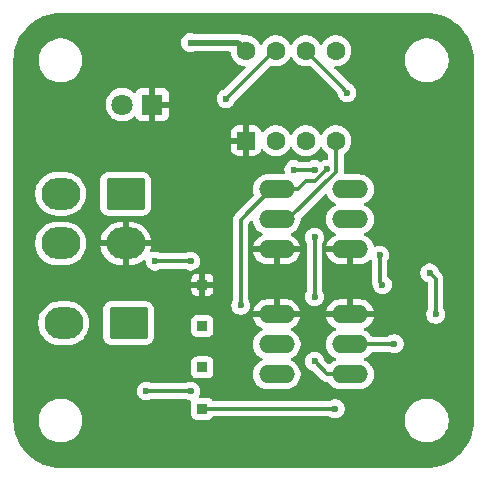
<source format=gbr>
%TF.GenerationSoftware,KiCad,Pcbnew,9.0.7*%
%TF.CreationDate,2026-02-11T19:36:29-08:00*%
%TF.ProjectId,TSSI2026.3,54535349-3230-4323-962e-332e6b696361,rev?*%
%TF.SameCoordinates,Original*%
%TF.FileFunction,Copper,L2,Bot*%
%TF.FilePolarity,Positive*%
%FSLAX46Y46*%
G04 Gerber Fmt 4.6, Leading zero omitted, Abs format (unit mm)*
G04 Created by KiCad (PCBNEW 9.0.7) date 2026-02-11 19:36:29*
%MOMM*%
%LPD*%
G01*
G04 APERTURE LIST*
G04 Aperture macros list*
%AMRoundRect*
0 Rectangle with rounded corners*
0 $1 Rounding radius*
0 $2 $3 $4 $5 $6 $7 $8 $9 X,Y pos of 4 corners*
0 Add a 4 corners polygon primitive as box body*
4,1,4,$2,$3,$4,$5,$6,$7,$8,$9,$2,$3,0*
0 Add four circle primitives for the rounded corners*
1,1,$1+$1,$2,$3*
1,1,$1+$1,$4,$5*
1,1,$1+$1,$6,$7*
1,1,$1+$1,$8,$9*
0 Add four rect primitives between the rounded corners*
20,1,$1+$1,$2,$3,$4,$5,0*
20,1,$1+$1,$4,$5,$6,$7,0*
20,1,$1+$1,$6,$7,$8,$9,0*
20,1,$1+$1,$8,$9,$2,$3,0*%
G04 Aperture macros list end*
%TA.AperFunction,ComponentPad*%
%ADD10O,3.048000X1.524000*%
%TD*%
%TA.AperFunction,ComponentPad*%
%ADD11R,0.850000X0.850000*%
%TD*%
%TA.AperFunction,ComponentPad*%
%ADD12RoundRect,0.250001X-1.399999X1.099999X-1.399999X-1.099999X1.399999X-1.099999X1.399999X1.099999X0*%
%TD*%
%TA.AperFunction,ComponentPad*%
%ADD13O,3.300000X2.700000*%
%TD*%
%TA.AperFunction,ComponentPad*%
%ADD14R,1.800000X1.800000*%
%TD*%
%TA.AperFunction,ComponentPad*%
%ADD15C,1.800000*%
%TD*%
%TA.AperFunction,ComponentPad*%
%ADD16RoundRect,0.250000X0.550000X-0.550000X0.550000X0.550000X-0.550000X0.550000X-0.550000X-0.550000X0*%
%TD*%
%TA.AperFunction,ComponentPad*%
%ADD17C,1.600000*%
%TD*%
%TA.AperFunction,ViaPad*%
%ADD18C,0.600000*%
%TD*%
%TA.AperFunction,Conductor*%
%ADD19C,0.300000*%
%TD*%
%TA.AperFunction,Conductor*%
%ADD20C,0.500000*%
%TD*%
G04 APERTURE END LIST*
D10*
%TO.P,Q1,GND*%
%TO.N,GREEN_LED*%
X68500000Y-71460000D03*
%TO.P,Q1,IN*%
%TO.N,Net-(Q1-PadIN)*%
X68500000Y-68920000D03*
%TO.P,Q1,OUT*%
%TO.N,GND*%
X68500000Y-74000000D03*
%TD*%
D11*
%TO.P,BMS1,1,Pin_1*%
%TO.N,Latch_12V_Safe*%
X56000000Y-84000000D03*
%TD*%
D12*
%TO.P,J1,1,Pin_1*%
%TO.N,GLV*%
X49500000Y-69300000D03*
D13*
%TO.P,J1,2,Pin_2*%
%TO.N,GND*%
X49500000Y-73500000D03*
%TO.P,J1,3,Pin_3*%
%TO.N,Latch_12V_Safe*%
X44000000Y-69300000D03*
%TO.P,J1,4,Pin_4*%
%TO.N,unconnected-(J1-Pin_4-Pad4)*%
X44000000Y-73500000D03*
%TD*%
D10*
%TO.P,U3,GND*%
%TO.N,RED_LED*%
X68500000Y-82040000D03*
%TO.P,U3,IN*%
%TO.N,Net-(T555-Pin_1)*%
X68500000Y-84580000D03*
%TO.P,U3,OUT*%
%TO.N,GND*%
X68500000Y-79500000D03*
%TD*%
D11*
%TO.P,GND1,1,Pin_1*%
%TO.N,GND*%
X56000000Y-77000000D03*
%TD*%
%TO.P,GLV1,1,Pin_1*%
%TO.N,GLV*%
X56000000Y-80500000D03*
%TD*%
D14*
%TO.P,DebugLatch,1,K*%
%TO.N,GND*%
X51750000Y-61750000D03*
D15*
%TO.P,DebugLatch,2,A*%
%TO.N,Net-(D1-A)*%
X49210000Y-61750000D03*
%TD*%
D11*
%TO.P,T555,1,Pin_1*%
%TO.N,Net-(T555-Pin_1)*%
X56000000Y-87500000D03*
%TD*%
D10*
%TO.P,Q2,GND*%
%TO.N,Net-(U1-R)*%
X62293000Y-71460000D03*
%TO.P,Q2,IN*%
%TO.N,Net-(Q1-PadIN)*%
X62293000Y-68920000D03*
%TO.P,Q2,OUT*%
%TO.N,GND*%
X62293000Y-74000000D03*
%TD*%
%TO.P,Q3,GND*%
%TO.N,Net-(Q1-PadIN)*%
X62293000Y-82040000D03*
%TO.P,Q3,IN*%
%TO.N,Latch_12V_Safe*%
X62293000Y-84580000D03*
%TO.P,Q3,OUT*%
%TO.N,GND*%
X62293000Y-79500000D03*
%TD*%
D12*
%TO.P,J2,1,Pin_1*%
%TO.N,GREEN_LED*%
X49750000Y-80250000D03*
D13*
%TO.P,J2,2,Pin_2*%
%TO.N,RED_LED*%
X44250000Y-80250000D03*
%TD*%
D16*
%TO.P,U1,1,GND*%
%TO.N,GND*%
X59690000Y-64805000D03*
D17*
%TO.P,U1,2,TR*%
%TO.N,Net-(U1-THR)*%
X62230000Y-64805000D03*
%TO.P,U1,3,Q*%
%TO.N,Net-(T555-Pin_1)*%
X64770000Y-64805000D03*
%TO.P,U1,4,R*%
%TO.N,Net-(U1-R)*%
X67310000Y-64805000D03*
%TO.P,U1,5,CV*%
%TO.N,Net-(U1-CV)*%
X67310000Y-57185000D03*
%TO.P,U1,6,THR*%
%TO.N,Net-(U1-THR)*%
X64770000Y-57185000D03*
%TO.P,U1,7,DIS*%
%TO.N,Net-(U1-DIS)*%
X62230000Y-57185000D03*
%TO.P,U1,8,VCC*%
%TO.N,GLV*%
X59690000Y-57185000D03*
%TD*%
D18*
%TO.N,GND*%
X57250000Y-60250000D03*
X53000000Y-81500000D03*
X58750000Y-69750000D03*
X70250000Y-72750000D03*
X73000000Y-78500000D03*
X73000000Y-81000000D03*
%TO.N,Net-(U1-THR)*%
X68250000Y-60750000D03*
%TO.N,GLV*%
X55000000Y-56500000D03*
%TO.N,GREEN_LED*%
X63750000Y-67250000D03*
X52000000Y-75000000D03*
X65500000Y-67250000D03*
X55000000Y-75000000D03*
%TO.N,RED_LED*%
X51250000Y-86000000D03*
X75250000Y-76000000D03*
X72250000Y-82000000D03*
X75750000Y-79500000D03*
X55000000Y-86000000D03*
%TO.N,Net-(Q1-PadIN)*%
X71250000Y-77000000D03*
X66542497Y-67221952D03*
X71000000Y-74500000D03*
X59250000Y-78750000D03*
%TO.N,Net-(U1-DIS)*%
X58000000Y-61250000D03*
%TO.N,Net-(T555-Pin_1)*%
X65500000Y-83500000D03*
X67250000Y-87500000D03*
X65500000Y-73000000D03*
X65500000Y-78000000D03*
%TD*%
D19*
%TO.N,Net-(U1-THR)*%
X68000000Y-60415000D02*
X64770000Y-57185000D01*
X68000000Y-60500000D02*
X68000000Y-60415000D01*
X68250000Y-60750000D02*
X68000000Y-60500000D01*
D20*
%TO.N,GLV*%
X55000000Y-56500000D02*
X59005000Y-56500000D01*
X59005000Y-56500000D02*
X59690000Y-57185000D01*
D19*
%TO.N,GREEN_LED*%
X63750000Y-67250000D02*
X65500000Y-67250000D01*
X52000000Y-75000000D02*
X55000000Y-75000000D01*
%TO.N,RED_LED*%
X68500000Y-82040000D02*
X72210000Y-82040000D01*
X75750000Y-76500000D02*
X75250000Y-76000000D01*
X72210000Y-82040000D02*
X72250000Y-82000000D01*
X55000000Y-86000000D02*
X51250000Y-86000000D01*
X75750000Y-79500000D02*
X75750000Y-76500000D01*
%TO.N,Net-(Q1-PadIN)*%
X71000000Y-76750000D02*
X71250000Y-77000000D01*
X61830000Y-68920000D02*
X62293000Y-68920000D01*
X62293000Y-68920000D02*
X64080000Y-68920000D01*
X64750000Y-68250000D02*
X65514449Y-68250000D01*
X59250000Y-78750000D02*
X59250000Y-71500000D01*
X65514449Y-68250000D02*
X66542497Y-67221952D01*
X71000000Y-74500000D02*
X71000000Y-76750000D01*
X64080000Y-68920000D02*
X64750000Y-68250000D01*
X59250000Y-71500000D02*
X61830000Y-68920000D01*
%TO.N,Net-(U1-R)*%
X62293000Y-71460000D02*
X63290000Y-71460000D01*
X67310000Y-67440000D02*
X67310000Y-64805000D01*
X63290000Y-71460000D02*
X67310000Y-67440000D01*
%TO.N,Net-(U1-DIS)*%
X62230000Y-57185000D02*
X62065000Y-57185000D01*
X62065000Y-57185000D02*
X58000000Y-61250000D01*
%TO.N,Net-(T555-Pin_1)*%
X66580000Y-84580000D02*
X65500000Y-83500000D01*
X65500000Y-78000000D02*
X65500000Y-74500000D01*
X65500000Y-74500000D02*
X65500000Y-73000000D01*
X67250000Y-87500000D02*
X56000000Y-87500000D01*
X68500000Y-84580000D02*
X66580000Y-84580000D01*
%TD*%
%TA.AperFunction,Conductor*%
%TO.N,GND*%
G36*
X75002855Y-54000632D02*
G01*
X75363310Y-54017296D01*
X75374700Y-54018352D01*
X75729238Y-54067808D01*
X75740482Y-54069910D01*
X76088944Y-54151867D01*
X76099934Y-54154994D01*
X76439368Y-54268761D01*
X76450022Y-54272889D01*
X76777488Y-54417479D01*
X76787735Y-54422581D01*
X77100452Y-54596765D01*
X77110190Y-54602794D01*
X77405512Y-54805093D01*
X77414652Y-54811996D01*
X77690035Y-55040671D01*
X77698499Y-55048387D01*
X77951612Y-55301500D01*
X77959328Y-55309964D01*
X78188003Y-55585347D01*
X78194906Y-55594487D01*
X78397205Y-55889809D01*
X78403234Y-55899547D01*
X78577418Y-56212264D01*
X78582523Y-56222517D01*
X78686528Y-56458067D01*
X78727105Y-56549964D01*
X78731242Y-56560643D01*
X78760145Y-56646876D01*
X78845001Y-56900052D01*
X78848135Y-56911068D01*
X78930087Y-57259509D01*
X78932192Y-57270768D01*
X78981646Y-57625292D01*
X78982703Y-57636696D01*
X78999368Y-57997144D01*
X78999500Y-58002871D01*
X78999500Y-88497128D01*
X78999368Y-88502855D01*
X78982703Y-88863303D01*
X78981646Y-88874707D01*
X78932192Y-89229231D01*
X78930087Y-89240490D01*
X78848135Y-89588931D01*
X78845001Y-89599947D01*
X78731243Y-89939355D01*
X78727105Y-89950035D01*
X78582523Y-90277482D01*
X78577418Y-90287735D01*
X78403234Y-90600452D01*
X78397205Y-90610190D01*
X78194906Y-90905512D01*
X78188003Y-90914652D01*
X77959328Y-91190035D01*
X77951612Y-91198499D01*
X77698499Y-91451612D01*
X77690035Y-91459328D01*
X77414652Y-91688003D01*
X77405512Y-91694906D01*
X77110190Y-91897205D01*
X77100452Y-91903234D01*
X76787735Y-92077418D01*
X76777482Y-92082523D01*
X76450035Y-92227105D01*
X76439355Y-92231243D01*
X76099947Y-92345001D01*
X76088931Y-92348135D01*
X75740490Y-92430087D01*
X75729231Y-92432192D01*
X75374707Y-92481646D01*
X75363303Y-92482703D01*
X75002855Y-92499368D01*
X74997128Y-92499500D01*
X44002872Y-92499500D01*
X43997145Y-92499368D01*
X43636696Y-92482703D01*
X43625292Y-92481646D01*
X43270768Y-92432192D01*
X43259509Y-92430087D01*
X42911068Y-92348135D01*
X42900052Y-92345001D01*
X42560644Y-92231243D01*
X42549964Y-92227105D01*
X42222517Y-92082523D01*
X42212264Y-92077418D01*
X41899547Y-91903234D01*
X41889809Y-91897205D01*
X41594487Y-91694906D01*
X41585347Y-91688003D01*
X41309964Y-91459328D01*
X41301500Y-91451612D01*
X41048387Y-91198499D01*
X41040671Y-91190035D01*
X40811994Y-90914649D01*
X40805093Y-90905512D01*
X40602794Y-90610190D01*
X40596765Y-90600452D01*
X40457541Y-90350500D01*
X40422579Y-90287731D01*
X40417476Y-90277482D01*
X40367027Y-90163226D01*
X40272889Y-89950022D01*
X40268761Y-89939368D01*
X40154994Y-89599934D01*
X40151867Y-89588944D01*
X40069910Y-89240482D01*
X40067807Y-89229231D01*
X40018353Y-88874707D01*
X40017296Y-88863303D01*
X40000632Y-88502855D01*
X40000500Y-88497128D01*
X40000500Y-88378711D01*
X42149500Y-88378711D01*
X42149500Y-88621288D01*
X42160760Y-88706822D01*
X42181162Y-88861789D01*
X42184623Y-88874707D01*
X42243947Y-89096104D01*
X42301441Y-89234906D01*
X42336776Y-89320212D01*
X42458064Y-89530289D01*
X42458066Y-89530292D01*
X42458067Y-89530293D01*
X42605733Y-89722736D01*
X42605739Y-89722743D01*
X42777256Y-89894260D01*
X42777263Y-89894266D01*
X42843102Y-89944786D01*
X42969711Y-90041936D01*
X43179788Y-90163224D01*
X43403900Y-90256054D01*
X43638211Y-90318838D01*
X43818586Y-90342584D01*
X43878711Y-90350500D01*
X43878712Y-90350500D01*
X44121289Y-90350500D01*
X44169388Y-90344167D01*
X44361789Y-90318838D01*
X44596100Y-90256054D01*
X44820212Y-90163224D01*
X45030289Y-90041936D01*
X45222738Y-89894265D01*
X45394265Y-89722738D01*
X45541936Y-89530289D01*
X45663224Y-89320212D01*
X45756054Y-89096100D01*
X45818838Y-88861789D01*
X45850500Y-88621288D01*
X45850500Y-88378712D01*
X45818838Y-88138211D01*
X45756054Y-87903900D01*
X45663224Y-87679788D01*
X45541936Y-87469711D01*
X45394265Y-87277262D01*
X45394260Y-87277256D01*
X45222743Y-87105739D01*
X45222736Y-87105733D01*
X45030293Y-86958067D01*
X45030292Y-86958066D01*
X45030289Y-86958064D01*
X44820212Y-86836776D01*
X44803407Y-86829815D01*
X44596104Y-86743947D01*
X44478944Y-86712554D01*
X44361789Y-86681162D01*
X44361788Y-86681161D01*
X44361785Y-86681161D01*
X44121289Y-86649500D01*
X44121288Y-86649500D01*
X43878712Y-86649500D01*
X43878711Y-86649500D01*
X43638214Y-86681161D01*
X43403895Y-86743947D01*
X43179794Y-86836773D01*
X43179785Y-86836777D01*
X42969706Y-86958067D01*
X42777263Y-87105733D01*
X42777256Y-87105739D01*
X42605739Y-87277256D01*
X42605733Y-87277263D01*
X42458067Y-87469706D01*
X42336777Y-87679785D01*
X42336773Y-87679794D01*
X42243947Y-87903895D01*
X42181161Y-88138214D01*
X42149500Y-88378711D01*
X40000500Y-88378711D01*
X40000500Y-85921153D01*
X50449500Y-85921153D01*
X50449500Y-86078846D01*
X50480261Y-86233489D01*
X50480264Y-86233501D01*
X50540602Y-86379172D01*
X50540609Y-86379185D01*
X50628210Y-86510288D01*
X50628213Y-86510292D01*
X50739707Y-86621786D01*
X50739711Y-86621789D01*
X50870814Y-86709390D01*
X50870827Y-86709397D01*
X51016498Y-86769735D01*
X51016503Y-86769737D01*
X51167694Y-86799811D01*
X51171153Y-86800499D01*
X51171156Y-86800500D01*
X51171158Y-86800500D01*
X51328844Y-86800500D01*
X51328845Y-86800499D01*
X51483497Y-86769737D01*
X51629179Y-86709394D01*
X51686044Y-86671397D01*
X51752721Y-86650520D01*
X51754935Y-86650500D01*
X54495065Y-86650500D01*
X54562104Y-86670185D01*
X54563909Y-86671366D01*
X54620821Y-86709394D01*
X54620823Y-86709395D01*
X54620827Y-86709397D01*
X54766498Y-86769735D01*
X54766503Y-86769737D01*
X54917694Y-86799811D01*
X54921153Y-86800499D01*
X54921156Y-86800500D01*
X54964609Y-86800500D01*
X55031648Y-86820185D01*
X55077403Y-86872989D01*
X55087347Y-86942147D01*
X55081366Y-86965577D01*
X55080908Y-86967516D01*
X55074501Y-87027116D01*
X55074500Y-87027135D01*
X55074500Y-87972870D01*
X55074501Y-87972876D01*
X55080908Y-88032483D01*
X55131202Y-88167328D01*
X55131206Y-88167335D01*
X55217452Y-88282544D01*
X55217455Y-88282547D01*
X55332664Y-88368793D01*
X55332671Y-88368797D01*
X55467517Y-88419091D01*
X55467516Y-88419091D01*
X55474444Y-88419835D01*
X55527127Y-88425500D01*
X56472872Y-88425499D01*
X56532483Y-88419091D01*
X56640747Y-88378711D01*
X73149500Y-88378711D01*
X73149500Y-88621288D01*
X73160760Y-88706822D01*
X73181162Y-88861789D01*
X73184623Y-88874707D01*
X73243947Y-89096104D01*
X73301441Y-89234906D01*
X73336776Y-89320212D01*
X73458064Y-89530289D01*
X73458066Y-89530292D01*
X73458067Y-89530293D01*
X73605733Y-89722736D01*
X73605739Y-89722743D01*
X73777256Y-89894260D01*
X73777263Y-89894266D01*
X73843102Y-89944786D01*
X73969711Y-90041936D01*
X74179788Y-90163224D01*
X74403900Y-90256054D01*
X74638211Y-90318838D01*
X74818586Y-90342584D01*
X74878711Y-90350500D01*
X74878712Y-90350500D01*
X75121289Y-90350500D01*
X75169388Y-90344167D01*
X75361789Y-90318838D01*
X75596100Y-90256054D01*
X75820212Y-90163224D01*
X76030289Y-90041936D01*
X76222738Y-89894265D01*
X76394265Y-89722738D01*
X76541936Y-89530289D01*
X76663224Y-89320212D01*
X76756054Y-89096100D01*
X76818838Y-88861789D01*
X76850500Y-88621288D01*
X76850500Y-88378712D01*
X76818838Y-88138211D01*
X76756054Y-87903900D01*
X76663224Y-87679788D01*
X76541936Y-87469711D01*
X76394265Y-87277262D01*
X76394260Y-87277256D01*
X76222743Y-87105739D01*
X76222736Y-87105733D01*
X76030293Y-86958067D01*
X76030292Y-86958066D01*
X76030289Y-86958064D01*
X75820212Y-86836776D01*
X75803407Y-86829815D01*
X75596104Y-86743947D01*
X75478944Y-86712554D01*
X75361789Y-86681162D01*
X75361788Y-86681161D01*
X75361785Y-86681161D01*
X75121289Y-86649500D01*
X75121288Y-86649500D01*
X74878712Y-86649500D01*
X74878711Y-86649500D01*
X74638214Y-86681161D01*
X74403895Y-86743947D01*
X74179794Y-86836773D01*
X74179785Y-86836777D01*
X73969706Y-86958067D01*
X73777263Y-87105733D01*
X73777256Y-87105739D01*
X73605739Y-87277256D01*
X73605733Y-87277263D01*
X73458067Y-87469706D01*
X73336777Y-87679785D01*
X73336773Y-87679794D01*
X73243947Y-87903895D01*
X73181161Y-88138214D01*
X73149500Y-88378711D01*
X56640747Y-88378711D01*
X56667331Y-88368796D01*
X56782546Y-88282546D01*
X56844199Y-88200188D01*
X56900132Y-88158318D01*
X56943465Y-88150500D01*
X66745065Y-88150500D01*
X66812104Y-88170185D01*
X66813909Y-88171366D01*
X66870821Y-88209394D01*
X66870823Y-88209395D01*
X66870827Y-88209397D01*
X67016498Y-88269735D01*
X67016503Y-88269737D01*
X67171153Y-88300499D01*
X67171156Y-88300500D01*
X67171158Y-88300500D01*
X67328844Y-88300500D01*
X67328845Y-88300499D01*
X67483497Y-88269737D01*
X67495856Y-88264617D01*
X67506783Y-88260092D01*
X67629172Y-88209397D01*
X67629172Y-88209396D01*
X67629179Y-88209394D01*
X67760289Y-88121789D01*
X67871789Y-88010289D01*
X67959394Y-87879179D01*
X68019737Y-87733497D01*
X68050500Y-87578842D01*
X68050500Y-87421158D01*
X68050500Y-87421155D01*
X68050499Y-87421153D01*
X68019738Y-87266510D01*
X68019737Y-87266503D01*
X68019735Y-87266498D01*
X67959397Y-87120827D01*
X67959390Y-87120814D01*
X67871789Y-86989711D01*
X67871786Y-86989707D01*
X67760292Y-86878213D01*
X67760288Y-86878210D01*
X67629185Y-86790609D01*
X67629172Y-86790602D01*
X67483501Y-86730264D01*
X67483489Y-86730261D01*
X67328845Y-86699500D01*
X67328842Y-86699500D01*
X67171158Y-86699500D01*
X67171155Y-86699500D01*
X67016510Y-86730261D01*
X67016498Y-86730264D01*
X66870827Y-86790602D01*
X66870820Y-86790606D01*
X66841928Y-86809911D01*
X66813955Y-86828602D01*
X66747279Y-86849480D01*
X66745065Y-86849500D01*
X56943465Y-86849500D01*
X56876426Y-86829815D01*
X56844198Y-86799811D01*
X56782546Y-86717454D01*
X56758563Y-86699500D01*
X56667335Y-86631206D01*
X56667328Y-86631202D01*
X56532482Y-86580908D01*
X56532483Y-86580908D01*
X56472883Y-86574501D01*
X56472881Y-86574500D01*
X56472873Y-86574500D01*
X56472865Y-86574500D01*
X55810873Y-86574500D01*
X55743834Y-86554815D01*
X55698079Y-86502011D01*
X55688135Y-86432853D01*
X55706621Y-86384607D01*
X55706521Y-86384554D01*
X55706950Y-86383750D01*
X55707771Y-86381609D01*
X55709390Y-86379185D01*
X55709390Y-86379184D01*
X55709394Y-86379179D01*
X55769737Y-86233497D01*
X55800500Y-86078842D01*
X55800500Y-85921158D01*
X55800500Y-85921155D01*
X55800499Y-85921153D01*
X55769738Y-85766510D01*
X55769737Y-85766503D01*
X55762903Y-85750005D01*
X55709397Y-85620827D01*
X55709390Y-85620814D01*
X55621789Y-85489711D01*
X55621786Y-85489707D01*
X55510292Y-85378213D01*
X55510288Y-85378210D01*
X55379185Y-85290609D01*
X55379172Y-85290602D01*
X55233501Y-85230264D01*
X55233489Y-85230261D01*
X55078845Y-85199500D01*
X55078842Y-85199500D01*
X54921158Y-85199500D01*
X54921155Y-85199500D01*
X54766510Y-85230261D01*
X54766498Y-85230264D01*
X54620827Y-85290602D01*
X54620820Y-85290606D01*
X54591928Y-85309911D01*
X54563955Y-85328602D01*
X54497279Y-85349480D01*
X54495065Y-85349500D01*
X51754935Y-85349500D01*
X51687896Y-85329815D01*
X51686090Y-85328633D01*
X51629179Y-85290606D01*
X51629172Y-85290602D01*
X51483501Y-85230264D01*
X51483489Y-85230261D01*
X51328845Y-85199500D01*
X51328842Y-85199500D01*
X51171158Y-85199500D01*
X51171155Y-85199500D01*
X51016510Y-85230261D01*
X51016498Y-85230264D01*
X50870827Y-85290602D01*
X50870814Y-85290609D01*
X50739711Y-85378210D01*
X50739707Y-85378213D01*
X50628213Y-85489707D01*
X50628210Y-85489711D01*
X50540609Y-85620814D01*
X50540602Y-85620827D01*
X50480264Y-85766498D01*
X50480261Y-85766510D01*
X50449500Y-85921153D01*
X40000500Y-85921153D01*
X40000500Y-83527135D01*
X55074500Y-83527135D01*
X55074500Y-84472870D01*
X55074501Y-84472876D01*
X55080908Y-84532483D01*
X55131202Y-84667328D01*
X55131206Y-84667335D01*
X55217452Y-84782544D01*
X55217455Y-84782547D01*
X55332664Y-84868793D01*
X55332671Y-84868797D01*
X55467517Y-84919091D01*
X55467516Y-84919091D01*
X55474444Y-84919835D01*
X55527127Y-84925500D01*
X56472872Y-84925499D01*
X56532483Y-84919091D01*
X56667331Y-84868796D01*
X56782546Y-84782546D01*
X56868796Y-84667331D01*
X56919091Y-84532483D01*
X56925500Y-84472873D01*
X56925499Y-83527128D01*
X56919091Y-83467517D01*
X56901800Y-83421158D01*
X56868797Y-83332671D01*
X56868793Y-83332664D01*
X56782547Y-83217455D01*
X56782544Y-83217452D01*
X56667335Y-83131206D01*
X56667328Y-83131202D01*
X56532482Y-83080908D01*
X56532483Y-83080908D01*
X56472883Y-83074501D01*
X56472881Y-83074500D01*
X56472873Y-83074500D01*
X56472864Y-83074500D01*
X55527129Y-83074500D01*
X55527123Y-83074501D01*
X55467516Y-83080908D01*
X55332671Y-83131202D01*
X55332664Y-83131206D01*
X55217455Y-83217452D01*
X55217452Y-83217455D01*
X55131206Y-83332664D01*
X55131202Y-83332671D01*
X55080908Y-83467517D01*
X55075245Y-83520196D01*
X55074501Y-83527123D01*
X55074500Y-83527135D01*
X40000500Y-83527135D01*
X40000500Y-80128711D01*
X42099500Y-80128711D01*
X42099500Y-80371288D01*
X42131161Y-80611785D01*
X42193947Y-80846104D01*
X42246457Y-80972873D01*
X42286776Y-81070212D01*
X42408064Y-81280289D01*
X42408066Y-81280292D01*
X42408067Y-81280293D01*
X42555733Y-81472736D01*
X42555739Y-81472743D01*
X42727256Y-81644260D01*
X42727263Y-81644266D01*
X42840321Y-81731018D01*
X42919711Y-81791936D01*
X43129788Y-81913224D01*
X43353900Y-82006054D01*
X43588211Y-82068838D01*
X43748940Y-82089998D01*
X43828711Y-82100500D01*
X43828712Y-82100500D01*
X44671289Y-82100500D01*
X44751052Y-82089999D01*
X44911789Y-82068838D01*
X45146100Y-82006054D01*
X45370212Y-81913224D01*
X45580289Y-81791936D01*
X45772738Y-81644265D01*
X45944265Y-81472738D01*
X46091936Y-81280289D01*
X46213224Y-81070212D01*
X46306054Y-80846100D01*
X46368838Y-80611789D01*
X46400500Y-80371288D01*
X46400500Y-80128712D01*
X46368838Y-79888211D01*
X46306054Y-79653900D01*
X46213224Y-79429788D01*
X46091936Y-79219711D01*
X46067665Y-79188080D01*
X46055573Y-79172321D01*
X46000067Y-79099984D01*
X47599500Y-79099984D01*
X47599500Y-81400015D01*
X47610000Y-81502795D01*
X47610001Y-81502796D01*
X47665186Y-81669335D01*
X47665187Y-81669337D01*
X47757286Y-81818651D01*
X47757289Y-81818655D01*
X47881344Y-81942710D01*
X47881348Y-81942713D01*
X48030662Y-82034812D01*
X48030664Y-82034813D01*
X48030666Y-82034814D01*
X48197203Y-82089999D01*
X48299992Y-82100500D01*
X48299997Y-82100500D01*
X51200003Y-82100500D01*
X51200008Y-82100500D01*
X51302797Y-82089999D01*
X51469334Y-82034814D01*
X51618655Y-81942711D01*
X51620727Y-81940639D01*
X60268500Y-81940639D01*
X60268500Y-82139360D01*
X60299587Y-82335637D01*
X60360993Y-82524629D01*
X60360994Y-82524632D01*
X60410499Y-82621789D01*
X60451213Y-82701694D01*
X60568019Y-82862464D01*
X60708536Y-83002981D01*
X60869306Y-83119787D01*
X60987832Y-83180179D01*
X61025780Y-83199515D01*
X61076576Y-83247490D01*
X61093371Y-83315311D01*
X61070833Y-83381446D01*
X61025780Y-83420485D01*
X60869305Y-83500213D01*
X60708533Y-83617021D01*
X60568021Y-83757533D01*
X60451213Y-83918305D01*
X60360994Y-84095367D01*
X60360993Y-84095370D01*
X60299587Y-84284362D01*
X60268500Y-84480639D01*
X60268500Y-84679360D01*
X60299587Y-84875637D01*
X60360993Y-85064629D01*
X60360994Y-85064632D01*
X60432772Y-85205502D01*
X60451213Y-85241694D01*
X60568019Y-85402464D01*
X60708536Y-85542981D01*
X60869306Y-85659787D01*
X60956149Y-85704035D01*
X61046367Y-85750005D01*
X61046370Y-85750006D01*
X61140866Y-85780709D01*
X61235364Y-85811413D01*
X61431639Y-85842500D01*
X61431640Y-85842500D01*
X63154360Y-85842500D01*
X63154361Y-85842500D01*
X63350636Y-85811413D01*
X63539632Y-85750005D01*
X63716694Y-85659787D01*
X63877464Y-85542981D01*
X64017981Y-85402464D01*
X64134787Y-85241694D01*
X64225005Y-85064632D01*
X64286413Y-84875636D01*
X64317500Y-84679361D01*
X64317500Y-84480639D01*
X64286413Y-84284364D01*
X64225005Y-84095368D01*
X64225005Y-84095367D01*
X64134786Y-83918305D01*
X64106364Y-83879185D01*
X64017981Y-83757536D01*
X63877464Y-83617019D01*
X63808556Y-83566954D01*
X63744199Y-83520196D01*
X63744196Y-83520194D01*
X63716694Y-83500213D01*
X63561531Y-83421153D01*
X64699500Y-83421153D01*
X64699500Y-83578846D01*
X64730261Y-83733489D01*
X64730264Y-83733501D01*
X64790602Y-83879172D01*
X64790609Y-83879185D01*
X64878210Y-84010288D01*
X64878213Y-84010292D01*
X64989707Y-84121786D01*
X64989711Y-84121789D01*
X65120814Y-84209390D01*
X65120827Y-84209397D01*
X65208230Y-84245599D01*
X65266503Y-84269737D01*
X65333580Y-84283079D01*
X65395488Y-84315461D01*
X65397068Y-84317014D01*
X66165325Y-85085272D01*
X66165331Y-85085277D01*
X66271874Y-85156466D01*
X66341221Y-85185189D01*
X66390256Y-85205501D01*
X66390259Y-85205501D01*
X66390260Y-85205502D01*
X66515928Y-85230500D01*
X66515931Y-85230500D01*
X66586899Y-85230500D01*
X66653938Y-85250185D01*
X66687217Y-85281615D01*
X66736524Y-85349480D01*
X66775019Y-85402464D01*
X66915536Y-85542981D01*
X67076306Y-85659787D01*
X67163149Y-85704035D01*
X67253367Y-85750005D01*
X67253370Y-85750006D01*
X67347866Y-85780709D01*
X67442364Y-85811413D01*
X67638639Y-85842500D01*
X67638640Y-85842500D01*
X69361360Y-85842500D01*
X69361361Y-85842500D01*
X69557636Y-85811413D01*
X69746632Y-85750005D01*
X69923694Y-85659787D01*
X70084464Y-85542981D01*
X70224981Y-85402464D01*
X70341787Y-85241694D01*
X70432005Y-85064632D01*
X70493413Y-84875636D01*
X70524500Y-84679361D01*
X70524500Y-84480639D01*
X70493413Y-84284364D01*
X70432005Y-84095368D01*
X70432005Y-84095367D01*
X70341786Y-83918305D01*
X70313364Y-83879185D01*
X70224981Y-83757536D01*
X70084464Y-83617019D01*
X69923694Y-83500213D01*
X69767218Y-83420484D01*
X69716423Y-83372510D01*
X69699628Y-83304689D01*
X69722165Y-83238554D01*
X69767218Y-83199515D01*
X69923694Y-83119787D01*
X70084464Y-83002981D01*
X70224981Y-82862464D01*
X70312783Y-82741615D01*
X70368113Y-82698949D01*
X70413101Y-82690500D01*
X71804929Y-82690500D01*
X71864638Y-82708032D01*
X71865447Y-82706521D01*
X71870815Y-82709390D01*
X71870821Y-82709394D01*
X71870827Y-82709396D01*
X71870828Y-82709397D01*
X71921206Y-82730264D01*
X72016503Y-82769737D01*
X72171153Y-82800499D01*
X72171156Y-82800500D01*
X72171158Y-82800500D01*
X72328844Y-82800500D01*
X72328845Y-82800499D01*
X72483497Y-82769737D01*
X72629179Y-82709394D01*
X72760289Y-82621789D01*
X72871789Y-82510289D01*
X72959394Y-82379179D01*
X73019737Y-82233497D01*
X73050500Y-82078842D01*
X73050500Y-81921158D01*
X73050500Y-81921155D01*
X73050499Y-81921153D01*
X73035965Y-81848086D01*
X73019737Y-81766503D01*
X72979489Y-81669334D01*
X72959397Y-81620827D01*
X72959390Y-81620814D01*
X72871789Y-81489711D01*
X72871786Y-81489707D01*
X72760292Y-81378213D01*
X72760288Y-81378210D01*
X72629185Y-81290609D01*
X72629172Y-81290602D01*
X72483501Y-81230264D01*
X72483489Y-81230261D01*
X72328845Y-81199500D01*
X72328842Y-81199500D01*
X72171158Y-81199500D01*
X72171155Y-81199500D01*
X72016510Y-81230261D01*
X72016498Y-81230264D01*
X71870827Y-81290602D01*
X71870814Y-81290609D01*
X71754091Y-81368602D01*
X71687413Y-81389480D01*
X71685200Y-81389500D01*
X70413101Y-81389500D01*
X70346062Y-81369815D01*
X70312783Y-81338385D01*
X70224983Y-81217539D01*
X70224978Y-81217533D01*
X70084466Y-81077021D01*
X70084464Y-81077019D01*
X69923694Y-80960213D01*
X69766667Y-80880203D01*
X69715872Y-80832229D01*
X69699077Y-80764408D01*
X69721614Y-80698273D01*
X69766668Y-80659234D01*
X69923432Y-80579358D01*
X70084139Y-80462596D01*
X70084140Y-80462596D01*
X70224596Y-80322140D01*
X70224596Y-80322139D01*
X70341358Y-80161432D01*
X70431543Y-79984435D01*
X70492925Y-79795517D01*
X70500134Y-79750000D01*
X68942251Y-79750000D01*
X68973381Y-79696081D01*
X69008000Y-79566880D01*
X69008000Y-79433120D01*
X68973381Y-79303919D01*
X68942251Y-79250000D01*
X70500135Y-79250000D01*
X70500134Y-79249999D01*
X70492925Y-79204482D01*
X70431543Y-79015564D01*
X70341358Y-78838567D01*
X70224596Y-78677860D01*
X70224596Y-78677859D01*
X70084140Y-78537403D01*
X69923432Y-78420641D01*
X69746437Y-78330457D01*
X69557522Y-78269075D01*
X69361321Y-78238000D01*
X68750000Y-78238000D01*
X68750000Y-79057748D01*
X68696081Y-79026619D01*
X68566880Y-78992000D01*
X68433120Y-78992000D01*
X68303919Y-79026619D01*
X68250000Y-79057748D01*
X68250000Y-78238000D01*
X67638679Y-78238000D01*
X67442479Y-78269075D01*
X67442476Y-78269075D01*
X67253562Y-78330457D01*
X67076567Y-78420641D01*
X66915860Y-78537403D01*
X66915859Y-78537403D01*
X66775403Y-78677859D01*
X66775403Y-78677860D01*
X66658641Y-78838567D01*
X66568456Y-79015564D01*
X66507074Y-79204482D01*
X66499865Y-79249999D01*
X66499865Y-79250000D01*
X68057749Y-79250000D01*
X68026619Y-79303919D01*
X67992000Y-79433120D01*
X67992000Y-79566880D01*
X68026619Y-79696081D01*
X68057749Y-79750000D01*
X66499865Y-79750000D01*
X66507074Y-79795517D01*
X66568456Y-79984435D01*
X66658641Y-80161432D01*
X66775403Y-80322139D01*
X66775403Y-80322140D01*
X66915859Y-80462596D01*
X67076567Y-80579358D01*
X67233331Y-80659234D01*
X67284127Y-80707209D01*
X67300922Y-80775030D01*
X67278384Y-80841165D01*
X67233331Y-80880204D01*
X67076305Y-80960213D01*
X66915533Y-81077021D01*
X66775021Y-81217533D01*
X66658213Y-81378305D01*
X66567994Y-81555367D01*
X66567993Y-81555370D01*
X66506587Y-81744362D01*
X66475500Y-81940639D01*
X66475500Y-82139360D01*
X66506587Y-82335637D01*
X66567993Y-82524629D01*
X66567994Y-82524632D01*
X66617499Y-82621789D01*
X66658213Y-82701694D01*
X66775019Y-82862464D01*
X66915536Y-83002981D01*
X67076306Y-83119787D01*
X67194832Y-83180179D01*
X67232780Y-83199515D01*
X67283576Y-83247490D01*
X67300371Y-83315311D01*
X67277833Y-83381446D01*
X67232780Y-83420485D01*
X67076305Y-83500213D01*
X66915537Y-83617018D01*
X66813931Y-83718624D01*
X66752608Y-83752108D01*
X66682916Y-83747124D01*
X66638569Y-83718623D01*
X66317015Y-83397069D01*
X66283530Y-83335746D01*
X66283093Y-83333652D01*
X66269737Y-83266503D01*
X66213694Y-83131202D01*
X66209397Y-83120827D01*
X66209390Y-83120814D01*
X66121789Y-82989711D01*
X66121786Y-82989707D01*
X66010292Y-82878213D01*
X66010288Y-82878210D01*
X65879185Y-82790609D01*
X65879172Y-82790602D01*
X65733501Y-82730264D01*
X65733489Y-82730261D01*
X65578845Y-82699500D01*
X65578842Y-82699500D01*
X65421158Y-82699500D01*
X65421155Y-82699500D01*
X65266510Y-82730261D01*
X65266498Y-82730264D01*
X65120827Y-82790602D01*
X65120814Y-82790609D01*
X64989711Y-82878210D01*
X64989707Y-82878213D01*
X64878213Y-82989707D01*
X64878210Y-82989711D01*
X64790609Y-83120814D01*
X64790602Y-83120827D01*
X64730264Y-83266498D01*
X64730261Y-83266510D01*
X64699500Y-83421153D01*
X63561531Y-83421153D01*
X63558809Y-83419766D01*
X63557450Y-83419030D01*
X63533723Y-83395460D01*
X63509423Y-83372510D01*
X63509032Y-83370934D01*
X63507880Y-83369789D01*
X63500661Y-83337127D01*
X63492628Y-83304689D01*
X63493151Y-83303152D01*
X63492801Y-83301566D01*
X63504377Y-83270211D01*
X63515165Y-83238554D01*
X63516488Y-83237407D01*
X63517000Y-83236021D01*
X63525368Y-83229712D01*
X63560218Y-83199515D01*
X63716694Y-83119787D01*
X63877464Y-83002981D01*
X64017981Y-82862464D01*
X64134787Y-82701694D01*
X64225005Y-82524632D01*
X64286413Y-82335636D01*
X64317500Y-82139361D01*
X64317500Y-81940639D01*
X64286413Y-81744364D01*
X64225005Y-81555368D01*
X64225005Y-81555367D01*
X64179035Y-81465149D01*
X64134787Y-81378306D01*
X64017981Y-81217536D01*
X63877464Y-81077019D01*
X63716694Y-80960213D01*
X63559667Y-80880203D01*
X63508872Y-80832229D01*
X63492077Y-80764408D01*
X63514614Y-80698273D01*
X63559668Y-80659234D01*
X63716432Y-80579358D01*
X63877139Y-80462596D01*
X63877140Y-80462596D01*
X64017596Y-80322140D01*
X64017596Y-80322139D01*
X64134358Y-80161432D01*
X64224543Y-79984435D01*
X64285925Y-79795517D01*
X64293134Y-79750000D01*
X62735251Y-79750000D01*
X62766381Y-79696081D01*
X62801000Y-79566880D01*
X62801000Y-79433120D01*
X62766381Y-79303919D01*
X62735251Y-79250000D01*
X64293135Y-79250000D01*
X64293134Y-79249999D01*
X64285925Y-79204482D01*
X64224543Y-79015564D01*
X64134358Y-78838567D01*
X64017596Y-78677860D01*
X64017596Y-78677859D01*
X63877140Y-78537403D01*
X63716432Y-78420641D01*
X63539437Y-78330457D01*
X63350522Y-78269075D01*
X63154321Y-78238000D01*
X62543000Y-78238000D01*
X62543000Y-79057748D01*
X62489081Y-79026619D01*
X62359880Y-78992000D01*
X62226120Y-78992000D01*
X62096919Y-79026619D01*
X62043000Y-79057748D01*
X62043000Y-78238000D01*
X61431679Y-78238000D01*
X61235479Y-78269075D01*
X61235476Y-78269075D01*
X61046562Y-78330457D01*
X60869567Y-78420641D01*
X60708860Y-78537403D01*
X60708859Y-78537403D01*
X60568403Y-78677859D01*
X60568403Y-78677860D01*
X60451641Y-78838567D01*
X60361456Y-79015564D01*
X60300074Y-79204482D01*
X60292865Y-79249999D01*
X60292865Y-79250000D01*
X61850749Y-79250000D01*
X61819619Y-79303919D01*
X61785000Y-79433120D01*
X61785000Y-79566880D01*
X61819619Y-79696081D01*
X61850749Y-79750000D01*
X60292865Y-79750000D01*
X60300074Y-79795517D01*
X60361456Y-79984435D01*
X60451641Y-80161432D01*
X60568403Y-80322139D01*
X60568403Y-80322140D01*
X60708859Y-80462596D01*
X60869567Y-80579358D01*
X61026331Y-80659234D01*
X61077127Y-80707209D01*
X61093922Y-80775030D01*
X61071384Y-80841165D01*
X61026331Y-80880204D01*
X60869305Y-80960213D01*
X60708533Y-81077021D01*
X60568021Y-81217533D01*
X60451213Y-81378305D01*
X60360994Y-81555367D01*
X60360993Y-81555370D01*
X60299587Y-81744362D01*
X60268500Y-81940639D01*
X51620727Y-81940639D01*
X51742711Y-81818655D01*
X51834814Y-81669334D01*
X51889999Y-81502797D01*
X51900500Y-81400008D01*
X51900500Y-80027135D01*
X55074500Y-80027135D01*
X55074500Y-80972870D01*
X55074501Y-80972876D01*
X55080908Y-81032483D01*
X55131202Y-81167328D01*
X55131206Y-81167335D01*
X55217452Y-81282544D01*
X55217455Y-81282547D01*
X55332664Y-81368793D01*
X55332671Y-81368797D01*
X55467517Y-81419091D01*
X55467516Y-81419091D01*
X55474444Y-81419835D01*
X55527127Y-81425500D01*
X56472872Y-81425499D01*
X56532483Y-81419091D01*
X56667331Y-81368796D01*
X56782546Y-81282546D01*
X56868796Y-81167331D01*
X56919091Y-81032483D01*
X56925500Y-80972873D01*
X56925499Y-80027128D01*
X56919091Y-79967517D01*
X56886145Y-79879185D01*
X56868797Y-79832671D01*
X56868793Y-79832664D01*
X56782547Y-79717455D01*
X56782544Y-79717452D01*
X56667335Y-79631206D01*
X56667328Y-79631202D01*
X56532482Y-79580908D01*
X56532483Y-79580908D01*
X56472883Y-79574501D01*
X56472881Y-79574500D01*
X56472873Y-79574500D01*
X56472864Y-79574500D01*
X55527129Y-79574500D01*
X55527123Y-79574501D01*
X55467516Y-79580908D01*
X55332671Y-79631202D01*
X55332664Y-79631206D01*
X55217455Y-79717452D01*
X55217452Y-79717455D01*
X55131206Y-79832664D01*
X55131202Y-79832671D01*
X55080908Y-79967517D01*
X55076556Y-80008000D01*
X55074501Y-80027123D01*
X55074500Y-80027135D01*
X51900500Y-80027135D01*
X51900500Y-79099992D01*
X51889999Y-78997203D01*
X51834814Y-78830666D01*
X51833691Y-78828846D01*
X51772823Y-78730163D01*
X51742713Y-78681348D01*
X51742710Y-78681344D01*
X51618655Y-78557289D01*
X51618651Y-78557286D01*
X51469337Y-78465187D01*
X51469335Y-78465186D01*
X51386065Y-78437593D01*
X51302797Y-78410001D01*
X51302795Y-78410000D01*
X51200015Y-78399500D01*
X51200008Y-78399500D01*
X48299992Y-78399500D01*
X48299984Y-78399500D01*
X48197204Y-78410000D01*
X48197203Y-78410001D01*
X48030664Y-78465186D01*
X48030662Y-78465187D01*
X47881348Y-78557286D01*
X47881344Y-78557289D01*
X47757289Y-78681344D01*
X47757286Y-78681348D01*
X47665187Y-78830662D01*
X47665186Y-78830664D01*
X47610001Y-78997203D01*
X47610000Y-78997204D01*
X47599500Y-79099984D01*
X46000067Y-79099984D01*
X45944266Y-79027263D01*
X45944260Y-79027256D01*
X45772743Y-78855739D01*
X45772736Y-78855733D01*
X45580293Y-78708067D01*
X45580292Y-78708066D01*
X45580289Y-78708064D01*
X45370212Y-78586776D01*
X45370205Y-78586773D01*
X45146104Y-78493947D01*
X44911785Y-78431161D01*
X44671289Y-78399500D01*
X44671288Y-78399500D01*
X43828712Y-78399500D01*
X43828711Y-78399500D01*
X43588214Y-78431161D01*
X43353895Y-78493947D01*
X43129794Y-78586773D01*
X43129785Y-78586777D01*
X42919706Y-78708067D01*
X42727263Y-78855733D01*
X42727256Y-78855739D01*
X42555739Y-79027256D01*
X42555733Y-79027263D01*
X42408067Y-79219706D01*
X42286777Y-79429785D01*
X42286773Y-79429794D01*
X42193947Y-79653895D01*
X42131161Y-79888214D01*
X42099500Y-80128711D01*
X40000500Y-80128711D01*
X40000500Y-77472844D01*
X55075000Y-77472844D01*
X55081401Y-77532372D01*
X55081403Y-77532379D01*
X55131645Y-77667086D01*
X55131649Y-77667093D01*
X55217809Y-77782187D01*
X55217812Y-77782190D01*
X55332906Y-77868350D01*
X55332913Y-77868354D01*
X55467620Y-77918596D01*
X55467627Y-77918598D01*
X55527155Y-77924999D01*
X55527172Y-77925000D01*
X55750000Y-77925000D01*
X56250000Y-77925000D01*
X56472828Y-77925000D01*
X56472844Y-77924999D01*
X56532372Y-77918598D01*
X56532379Y-77918596D01*
X56667086Y-77868354D01*
X56667093Y-77868350D01*
X56782187Y-77782190D01*
X56782190Y-77782187D01*
X56868350Y-77667093D01*
X56868354Y-77667086D01*
X56918596Y-77532379D01*
X56918598Y-77532372D01*
X56924999Y-77472844D01*
X56925000Y-77472827D01*
X56925000Y-77250000D01*
X56250000Y-77250000D01*
X56250000Y-77925000D01*
X55750000Y-77925000D01*
X55750000Y-77250000D01*
X55075000Y-77250000D01*
X55075000Y-77472844D01*
X40000500Y-77472844D01*
X40000500Y-76950272D01*
X55750000Y-76950272D01*
X55750000Y-77049728D01*
X55788060Y-77141614D01*
X55858386Y-77211940D01*
X55950272Y-77250000D01*
X56049728Y-77250000D01*
X56141614Y-77211940D01*
X56211940Y-77141614D01*
X56250000Y-77049728D01*
X56250000Y-76950272D01*
X56211940Y-76858386D01*
X56141614Y-76788060D01*
X56049728Y-76750000D01*
X56250000Y-76750000D01*
X56925000Y-76750000D01*
X56925000Y-76527172D01*
X56924999Y-76527155D01*
X56918598Y-76467627D01*
X56918596Y-76467620D01*
X56868354Y-76332913D01*
X56868350Y-76332906D01*
X56782190Y-76217812D01*
X56782187Y-76217809D01*
X56667093Y-76131649D01*
X56667086Y-76131645D01*
X56532379Y-76081403D01*
X56532372Y-76081401D01*
X56472844Y-76075000D01*
X56250000Y-76075000D01*
X56250000Y-76750000D01*
X56049728Y-76750000D01*
X55950272Y-76750000D01*
X55858386Y-76788060D01*
X55788060Y-76858386D01*
X55750000Y-76950272D01*
X40000500Y-76950272D01*
X40000500Y-76527155D01*
X55075000Y-76527155D01*
X55075000Y-76750000D01*
X55750000Y-76750000D01*
X55750000Y-76075000D01*
X55527155Y-76075000D01*
X55467627Y-76081401D01*
X55467620Y-76081403D01*
X55332913Y-76131645D01*
X55332906Y-76131649D01*
X55217812Y-76217809D01*
X55217809Y-76217812D01*
X55131649Y-76332906D01*
X55131645Y-76332913D01*
X55081403Y-76467620D01*
X55081401Y-76467627D01*
X55075000Y-76527155D01*
X40000500Y-76527155D01*
X40000500Y-73378711D01*
X41849500Y-73378711D01*
X41849500Y-73621288D01*
X41881148Y-73861687D01*
X41881162Y-73861789D01*
X41912554Y-73978944D01*
X41943947Y-74096104D01*
X42014527Y-74266498D01*
X42036776Y-74320212D01*
X42158064Y-74530289D01*
X42158066Y-74530292D01*
X42158067Y-74530293D01*
X42305733Y-74722736D01*
X42305739Y-74722743D01*
X42477256Y-74894260D01*
X42477263Y-74894266D01*
X42518135Y-74925628D01*
X42669711Y-75041936D01*
X42879788Y-75163224D01*
X43103900Y-75256054D01*
X43338211Y-75318838D01*
X43518586Y-75342584D01*
X43578711Y-75350500D01*
X43578712Y-75350500D01*
X44421289Y-75350500D01*
X44469388Y-75344167D01*
X44661789Y-75318838D01*
X44896100Y-75256054D01*
X45120212Y-75163224D01*
X45330289Y-75041936D01*
X45522738Y-74894265D01*
X45694265Y-74722738D01*
X45841936Y-74530289D01*
X45963224Y-74320212D01*
X46056054Y-74096100D01*
X46118838Y-73861789D01*
X46150500Y-73621288D01*
X46150500Y-73378712D01*
X46133555Y-73250000D01*
X47366950Y-73250000D01*
X48845879Y-73250000D01*
X48826901Y-73295818D01*
X48800000Y-73431056D01*
X48800000Y-73568944D01*
X48826901Y-73704182D01*
X48845879Y-73750000D01*
X47366950Y-73750000D01*
X47381653Y-73861687D01*
X47444421Y-74095939D01*
X47537220Y-74319978D01*
X47537227Y-74319993D01*
X47658480Y-74530009D01*
X47806110Y-74722405D01*
X47806116Y-74722412D01*
X47977587Y-74893883D01*
X47977594Y-74893889D01*
X48169990Y-75041519D01*
X48380006Y-75162772D01*
X48380021Y-75162779D01*
X48604060Y-75255578D01*
X48838312Y-75318346D01*
X49078735Y-75349998D01*
X49078752Y-75350000D01*
X49250000Y-75350000D01*
X49250000Y-74154120D01*
X49295818Y-74173099D01*
X49431056Y-74200000D01*
X49568944Y-74200000D01*
X49704182Y-74173099D01*
X49750000Y-74154120D01*
X49750000Y-75350000D01*
X49921248Y-75350000D01*
X49921264Y-75349998D01*
X50161687Y-75318346D01*
X50395939Y-75255578D01*
X50619978Y-75162779D01*
X50619993Y-75162772D01*
X50830009Y-75041519D01*
X51000014Y-74911071D01*
X51065183Y-74885877D01*
X51133628Y-74899915D01*
X51183617Y-74948729D01*
X51199500Y-75009447D01*
X51199500Y-75078846D01*
X51230261Y-75233489D01*
X51230264Y-75233501D01*
X51290602Y-75379172D01*
X51290609Y-75379185D01*
X51378210Y-75510288D01*
X51378213Y-75510292D01*
X51489707Y-75621786D01*
X51489711Y-75621789D01*
X51620814Y-75709390D01*
X51620827Y-75709397D01*
X51758695Y-75766503D01*
X51766503Y-75769737D01*
X51921153Y-75800499D01*
X51921156Y-75800500D01*
X51921158Y-75800500D01*
X52078844Y-75800500D01*
X52078845Y-75800499D01*
X52233497Y-75769737D01*
X52379179Y-75709394D01*
X52436044Y-75671397D01*
X52502721Y-75650520D01*
X52504935Y-75650500D01*
X54495065Y-75650500D01*
X54562104Y-75670185D01*
X54563909Y-75671366D01*
X54620821Y-75709394D01*
X54620823Y-75709395D01*
X54620827Y-75709397D01*
X54758695Y-75766503D01*
X54766503Y-75769737D01*
X54921153Y-75800499D01*
X54921156Y-75800500D01*
X54921158Y-75800500D01*
X55078844Y-75800500D01*
X55078845Y-75800499D01*
X55233497Y-75769737D01*
X55379179Y-75709394D01*
X55510289Y-75621789D01*
X55621789Y-75510289D01*
X55709394Y-75379179D01*
X55769737Y-75233497D01*
X55800500Y-75078842D01*
X55800500Y-74921158D01*
X55800500Y-74921155D01*
X55800499Y-74921153D01*
X55793060Y-74883756D01*
X55769737Y-74766503D01*
X55751471Y-74722405D01*
X55709397Y-74620827D01*
X55709390Y-74620814D01*
X55621789Y-74489711D01*
X55621786Y-74489707D01*
X55510292Y-74378213D01*
X55510288Y-74378210D01*
X55379185Y-74290609D01*
X55379172Y-74290602D01*
X55233501Y-74230264D01*
X55233489Y-74230261D01*
X55078845Y-74199500D01*
X55078842Y-74199500D01*
X54921158Y-74199500D01*
X54921155Y-74199500D01*
X54766510Y-74230261D01*
X54766498Y-74230264D01*
X54620827Y-74290602D01*
X54620820Y-74290606D01*
X54591928Y-74309911D01*
X54563955Y-74328602D01*
X54497279Y-74349480D01*
X54495065Y-74349500D01*
X52504935Y-74349500D01*
X52437896Y-74329815D01*
X52436090Y-74328633D01*
X52379179Y-74290606D01*
X52379172Y-74290602D01*
X52233501Y-74230264D01*
X52233489Y-74230261D01*
X52078845Y-74199500D01*
X52078842Y-74199500D01*
X51921158Y-74199500D01*
X51921155Y-74199500D01*
X51766510Y-74230261D01*
X51766507Y-74230262D01*
X51766506Y-74230262D01*
X51766503Y-74230263D01*
X51720852Y-74249172D01*
X51651383Y-74256640D01*
X51588904Y-74225364D01*
X51553252Y-74165275D01*
X51555579Y-74100141D01*
X51554528Y-74099860D01*
X51618346Y-73861687D01*
X51633050Y-73750000D01*
X50154121Y-73750000D01*
X50173099Y-73704182D01*
X50200000Y-73568944D01*
X50200000Y-73431056D01*
X50173099Y-73295818D01*
X50154121Y-73250000D01*
X51633049Y-73250000D01*
X51618346Y-73138312D01*
X51555578Y-72904060D01*
X51462779Y-72680021D01*
X51462772Y-72680006D01*
X51341519Y-72469990D01*
X51193889Y-72277594D01*
X51193883Y-72277587D01*
X51022412Y-72106116D01*
X51022405Y-72106110D01*
X50830009Y-71958480D01*
X50619993Y-71837227D01*
X50619978Y-71837220D01*
X50395939Y-71744421D01*
X50161687Y-71681653D01*
X49921264Y-71650001D01*
X49921248Y-71650000D01*
X49750000Y-71650000D01*
X49750000Y-72845879D01*
X49704182Y-72826901D01*
X49568944Y-72800000D01*
X49431056Y-72800000D01*
X49295818Y-72826901D01*
X49250000Y-72845879D01*
X49250000Y-71650000D01*
X49078752Y-71650000D01*
X49078735Y-71650001D01*
X48838312Y-71681653D01*
X48604060Y-71744421D01*
X48380021Y-71837220D01*
X48380006Y-71837227D01*
X48169990Y-71958480D01*
X47977594Y-72106110D01*
X47977587Y-72106116D01*
X47806116Y-72277587D01*
X47806110Y-72277594D01*
X47658480Y-72469990D01*
X47537227Y-72680006D01*
X47537220Y-72680021D01*
X47444421Y-72904060D01*
X47381653Y-73138312D01*
X47366950Y-73250000D01*
X46133555Y-73250000D01*
X46118838Y-73138211D01*
X46056054Y-72903900D01*
X45963224Y-72679788D01*
X45841936Y-72469711D01*
X45771725Y-72378210D01*
X45694266Y-72277263D01*
X45694260Y-72277256D01*
X45522743Y-72105739D01*
X45522736Y-72105733D01*
X45330293Y-71958067D01*
X45330292Y-71958066D01*
X45330289Y-71958064D01*
X45120212Y-71836776D01*
X45081662Y-71820808D01*
X44896104Y-71743947D01*
X44661785Y-71681161D01*
X44421289Y-71649500D01*
X44421288Y-71649500D01*
X43578712Y-71649500D01*
X43578711Y-71649500D01*
X43338214Y-71681161D01*
X43103895Y-71743947D01*
X42879794Y-71836773D01*
X42879785Y-71836777D01*
X42669706Y-71958067D01*
X42477263Y-72105733D01*
X42477256Y-72105739D01*
X42305739Y-72277256D01*
X42305733Y-72277263D01*
X42158067Y-72469706D01*
X42036777Y-72679785D01*
X42036773Y-72679794D01*
X41943947Y-72903895D01*
X41881161Y-73138214D01*
X41849500Y-73378711D01*
X40000500Y-73378711D01*
X40000500Y-69178711D01*
X41849500Y-69178711D01*
X41849500Y-69421288D01*
X41881161Y-69661785D01*
X41943947Y-69896104D01*
X41986894Y-69999786D01*
X42036776Y-70120212D01*
X42158064Y-70330289D01*
X42158066Y-70330292D01*
X42158067Y-70330293D01*
X42305733Y-70522736D01*
X42305739Y-70522743D01*
X42477256Y-70694260D01*
X42477263Y-70694266D01*
X42590321Y-70781018D01*
X42669711Y-70841936D01*
X42879788Y-70963224D01*
X43103900Y-71056054D01*
X43338211Y-71118838D01*
X43498940Y-71139998D01*
X43578711Y-71150500D01*
X43578712Y-71150500D01*
X44421289Y-71150500D01*
X44501052Y-71139999D01*
X44661789Y-71118838D01*
X44896100Y-71056054D01*
X45120212Y-70963224D01*
X45330289Y-70841936D01*
X45522738Y-70694265D01*
X45694265Y-70522738D01*
X45841936Y-70330289D01*
X45963224Y-70120212D01*
X46056054Y-69896100D01*
X46118838Y-69661789D01*
X46150500Y-69421288D01*
X46150500Y-69178712D01*
X46118838Y-68938211D01*
X46056054Y-68703900D01*
X45963224Y-68479788D01*
X45841936Y-68269711D01*
X45833184Y-68258305D01*
X45805573Y-68222321D01*
X45750067Y-68149984D01*
X47349500Y-68149984D01*
X47349500Y-70450015D01*
X47360000Y-70552795D01*
X47360001Y-70552796D01*
X47415186Y-70719335D01*
X47415187Y-70719337D01*
X47507286Y-70868651D01*
X47507289Y-70868655D01*
X47631344Y-70992710D01*
X47631348Y-70992713D01*
X47780662Y-71084812D01*
X47780664Y-71084813D01*
X47780666Y-71084814D01*
X47947203Y-71139999D01*
X48049992Y-71150500D01*
X48049997Y-71150500D01*
X50950003Y-71150500D01*
X50950008Y-71150500D01*
X51052797Y-71139999D01*
X51219334Y-71084814D01*
X51368655Y-70992711D01*
X51492711Y-70868655D01*
X51584814Y-70719334D01*
X51639999Y-70552797D01*
X51650500Y-70450008D01*
X51650500Y-68149992D01*
X51639999Y-68047203D01*
X51584814Y-67880666D01*
X51509193Y-67758067D01*
X51492713Y-67731348D01*
X51492710Y-67731344D01*
X51368655Y-67607289D01*
X51368651Y-67607286D01*
X51219337Y-67515187D01*
X51219335Y-67515186D01*
X51123679Y-67483489D01*
X51052797Y-67460001D01*
X51052795Y-67460000D01*
X50950015Y-67449500D01*
X50950008Y-67449500D01*
X48049992Y-67449500D01*
X48049984Y-67449500D01*
X47947204Y-67460000D01*
X47947203Y-67460001D01*
X47780664Y-67515186D01*
X47780662Y-67515187D01*
X47631348Y-67607286D01*
X47631344Y-67607289D01*
X47507289Y-67731344D01*
X47507286Y-67731348D01*
X47415187Y-67880662D01*
X47415186Y-67880664D01*
X47360001Y-68047203D01*
X47360000Y-68047204D01*
X47349500Y-68149984D01*
X45750067Y-68149984D01*
X45694266Y-68077263D01*
X45694260Y-68077256D01*
X45522743Y-67905739D01*
X45522736Y-67905733D01*
X45330293Y-67758067D01*
X45330292Y-67758066D01*
X45330289Y-67758064D01*
X45120212Y-67636776D01*
X45120205Y-67636773D01*
X44896104Y-67543947D01*
X44747271Y-67504067D01*
X44661789Y-67481162D01*
X44661788Y-67481161D01*
X44661785Y-67481161D01*
X44421289Y-67449500D01*
X44421288Y-67449500D01*
X43578712Y-67449500D01*
X43578711Y-67449500D01*
X43338214Y-67481161D01*
X43103895Y-67543947D01*
X42879794Y-67636773D01*
X42879785Y-67636777D01*
X42669706Y-67758067D01*
X42477263Y-67905733D01*
X42477256Y-67905739D01*
X42305739Y-68077256D01*
X42305733Y-68077263D01*
X42158067Y-68269706D01*
X42036777Y-68479785D01*
X42036773Y-68479794D01*
X41943947Y-68703895D01*
X41881161Y-68938214D01*
X41849500Y-69178711D01*
X40000500Y-69178711D01*
X40000500Y-64205013D01*
X58390000Y-64205013D01*
X58390000Y-64555000D01*
X59374314Y-64555000D01*
X59369920Y-64559394D01*
X59317259Y-64650606D01*
X59290000Y-64752339D01*
X59290000Y-64857661D01*
X59317259Y-64959394D01*
X59369920Y-65050606D01*
X59374314Y-65055000D01*
X58390001Y-65055000D01*
X58390001Y-65404986D01*
X58400494Y-65507697D01*
X58455641Y-65674119D01*
X58455643Y-65674124D01*
X58547684Y-65823345D01*
X58671654Y-65947315D01*
X58820875Y-66039356D01*
X58820880Y-66039358D01*
X58987302Y-66094505D01*
X58987309Y-66094506D01*
X59090019Y-66104999D01*
X59439999Y-66104999D01*
X59440000Y-66104998D01*
X59440000Y-65120686D01*
X59444394Y-65125080D01*
X59535606Y-65177741D01*
X59637339Y-65205000D01*
X59742661Y-65205000D01*
X59844394Y-65177741D01*
X59935606Y-65125080D01*
X59940000Y-65120686D01*
X59940000Y-66104999D01*
X60289972Y-66104999D01*
X60289986Y-66104998D01*
X60392697Y-66094505D01*
X60559119Y-66039358D01*
X60559124Y-66039356D01*
X60708345Y-65947315D01*
X60832315Y-65823345D01*
X60924356Y-65674124D01*
X60924359Y-65674117D01*
X60951592Y-65591932D01*
X60991364Y-65534487D01*
X61055879Y-65507663D01*
X61124655Y-65519977D01*
X61169617Y-65558050D01*
X61238034Y-65652219D01*
X61382786Y-65796971D01*
X61528383Y-65902751D01*
X61548390Y-65917287D01*
X61628453Y-65958081D01*
X61730776Y-66010218D01*
X61730778Y-66010218D01*
X61730781Y-66010220D01*
X61820459Y-66039358D01*
X61925465Y-66073477D01*
X62026557Y-66089488D01*
X62127648Y-66105500D01*
X62127649Y-66105500D01*
X62332351Y-66105500D01*
X62332352Y-66105500D01*
X62534534Y-66073477D01*
X62729219Y-66010220D01*
X62911610Y-65917287D01*
X63004590Y-65849732D01*
X63077213Y-65796971D01*
X63077215Y-65796968D01*
X63077219Y-65796966D01*
X63221966Y-65652219D01*
X63221968Y-65652215D01*
X63221971Y-65652213D01*
X63342284Y-65486614D01*
X63342285Y-65486613D01*
X63342287Y-65486610D01*
X63389516Y-65393917D01*
X63437489Y-65343123D01*
X63505310Y-65326328D01*
X63571445Y-65348865D01*
X63610483Y-65393917D01*
X63654348Y-65480006D01*
X63657715Y-65486614D01*
X63778028Y-65652213D01*
X63922786Y-65796971D01*
X64068383Y-65902751D01*
X64088390Y-65917287D01*
X64168453Y-65958081D01*
X64270776Y-66010218D01*
X64270778Y-66010218D01*
X64270781Y-66010220D01*
X64360459Y-66039358D01*
X64465465Y-66073477D01*
X64566557Y-66089488D01*
X64667648Y-66105500D01*
X64667649Y-66105500D01*
X64872351Y-66105500D01*
X64872352Y-66105500D01*
X65074534Y-66073477D01*
X65269219Y-66010220D01*
X65451610Y-65917287D01*
X65544590Y-65849732D01*
X65617213Y-65796971D01*
X65617215Y-65796968D01*
X65617219Y-65796966D01*
X65761966Y-65652219D01*
X65761968Y-65652215D01*
X65761971Y-65652213D01*
X65882284Y-65486614D01*
X65882285Y-65486613D01*
X65882287Y-65486610D01*
X65929516Y-65393917D01*
X65977489Y-65343123D01*
X66045310Y-65326328D01*
X66111445Y-65348865D01*
X66150483Y-65393917D01*
X66194348Y-65480006D01*
X66197715Y-65486614D01*
X66318028Y-65652213D01*
X66462784Y-65796969D01*
X66531863Y-65847157D01*
X66608385Y-65902753D01*
X66651051Y-65958081D01*
X66659500Y-66003070D01*
X66659500Y-66297452D01*
X66639815Y-66364491D01*
X66587011Y-66410246D01*
X66535500Y-66421452D01*
X66463652Y-66421452D01*
X66309007Y-66452213D01*
X66308995Y-66452216D01*
X66163324Y-66512554D01*
X66163306Y-66512564D01*
X66069149Y-66575478D01*
X66002472Y-66596356D01*
X65935092Y-66577871D01*
X65931368Y-66575478D01*
X65879176Y-66540604D01*
X65879174Y-66540603D01*
X65733501Y-66480264D01*
X65733489Y-66480261D01*
X65578845Y-66449500D01*
X65578842Y-66449500D01*
X65421158Y-66449500D01*
X65421155Y-66449500D01*
X65266510Y-66480261D01*
X65266498Y-66480264D01*
X65120827Y-66540602D01*
X65120820Y-66540606D01*
X65091928Y-66559911D01*
X65063955Y-66578602D01*
X64997279Y-66599480D01*
X64995065Y-66599500D01*
X64254935Y-66599500D01*
X64187896Y-66579815D01*
X64186090Y-66578633D01*
X64129179Y-66540606D01*
X64129172Y-66540602D01*
X63983501Y-66480264D01*
X63983489Y-66480261D01*
X63828845Y-66449500D01*
X63828842Y-66449500D01*
X63671158Y-66449500D01*
X63671155Y-66449500D01*
X63516510Y-66480261D01*
X63516498Y-66480264D01*
X63370827Y-66540602D01*
X63370814Y-66540609D01*
X63239711Y-66628210D01*
X63239707Y-66628213D01*
X63128213Y-66739707D01*
X63128210Y-66739711D01*
X63040609Y-66870814D01*
X63040602Y-66870827D01*
X62980264Y-67016498D01*
X62980261Y-67016510D01*
X62949500Y-67171153D01*
X62949500Y-67328846D01*
X62980261Y-67483489D01*
X62980264Y-67483500D01*
X62981321Y-67486052D01*
X62981476Y-67487494D01*
X62982031Y-67489324D01*
X62981683Y-67489429D01*
X62988787Y-67555522D01*
X62957509Y-67618000D01*
X62897419Y-67653650D01*
X62866758Y-67657500D01*
X61431639Y-67657500D01*
X61366214Y-67667862D01*
X61235362Y-67688587D01*
X61046370Y-67749993D01*
X61046367Y-67749994D01*
X60869305Y-67840213D01*
X60708533Y-67957021D01*
X60568021Y-68097533D01*
X60451213Y-68258305D01*
X60360994Y-68435367D01*
X60360993Y-68435370D01*
X60299587Y-68624362D01*
X60268500Y-68820639D01*
X60268500Y-69019360D01*
X60299587Y-69215637D01*
X60353313Y-69380990D01*
X60355308Y-69450831D01*
X60323063Y-69506989D01*
X58744726Y-71085326D01*
X58673534Y-71191874D01*
X58624499Y-71310255D01*
X58624497Y-71310261D01*
X58599500Y-71435928D01*
X58599500Y-78245064D01*
X58579815Y-78312103D01*
X58578603Y-78313954D01*
X58540608Y-78370817D01*
X58540602Y-78370828D01*
X58480264Y-78516498D01*
X58480261Y-78516510D01*
X58449500Y-78671153D01*
X58449500Y-78828846D01*
X58480261Y-78983489D01*
X58480264Y-78983501D01*
X58540602Y-79129172D01*
X58540609Y-79129185D01*
X58628210Y-79260288D01*
X58628213Y-79260292D01*
X58739707Y-79371786D01*
X58739711Y-79371789D01*
X58870814Y-79459390D01*
X58870827Y-79459397D01*
X59016498Y-79519735D01*
X59016503Y-79519737D01*
X59171153Y-79550499D01*
X59171156Y-79550500D01*
X59171158Y-79550500D01*
X59328844Y-79550500D01*
X59328845Y-79550499D01*
X59483497Y-79519737D01*
X59629179Y-79459394D01*
X59760289Y-79371789D01*
X59871789Y-79260289D01*
X59886382Y-79238448D01*
X59899932Y-79218171D01*
X59959390Y-79129185D01*
X59959390Y-79129184D01*
X59959394Y-79129179D01*
X60019737Y-78983497D01*
X60050500Y-78828842D01*
X60050500Y-78671158D01*
X60050500Y-78671155D01*
X60050499Y-78671153D01*
X60033715Y-78586776D01*
X60019737Y-78516503D01*
X59984388Y-78431162D01*
X59959397Y-78370828D01*
X59959396Y-78370827D01*
X59959394Y-78370821D01*
X59921396Y-78313953D01*
X59900520Y-78247276D01*
X59900500Y-78245064D01*
X59900500Y-71820808D01*
X59920185Y-71753769D01*
X59936813Y-71733132D01*
X60074827Y-71595118D01*
X60136146Y-71561636D01*
X60205838Y-71566620D01*
X60261772Y-71608491D01*
X60284978Y-71663403D01*
X60299587Y-71755637D01*
X60360993Y-71944629D01*
X60360994Y-71944632D01*
X60451213Y-72121694D01*
X60568019Y-72282464D01*
X60708536Y-72422981D01*
X60869306Y-72539787D01*
X61026332Y-72619796D01*
X61077127Y-72667769D01*
X61093922Y-72735590D01*
X61071385Y-72801725D01*
X61026332Y-72840764D01*
X60869569Y-72920639D01*
X60708860Y-73037403D01*
X60708859Y-73037403D01*
X60568403Y-73177859D01*
X60568403Y-73177860D01*
X60451641Y-73338567D01*
X60361456Y-73515564D01*
X60300074Y-73704482D01*
X60292865Y-73749999D01*
X60292865Y-73750000D01*
X61850749Y-73750000D01*
X61819619Y-73803919D01*
X61785000Y-73933120D01*
X61785000Y-74066880D01*
X61819619Y-74196081D01*
X61850749Y-74250000D01*
X60292865Y-74250000D01*
X60300074Y-74295517D01*
X60361456Y-74484435D01*
X60451641Y-74661432D01*
X60568403Y-74822139D01*
X60568403Y-74822140D01*
X60708859Y-74962596D01*
X60869567Y-75079358D01*
X61046562Y-75169542D01*
X61235477Y-75230924D01*
X61431679Y-75262000D01*
X62043000Y-75262000D01*
X62043000Y-74442251D01*
X62096919Y-74473381D01*
X62226120Y-74508000D01*
X62359880Y-74508000D01*
X62489081Y-74473381D01*
X62543000Y-74442251D01*
X62543000Y-75262000D01*
X63154321Y-75262000D01*
X63350520Y-75230924D01*
X63350523Y-75230924D01*
X63539437Y-75169542D01*
X63716432Y-75079358D01*
X63877139Y-74962596D01*
X63877140Y-74962596D01*
X64017596Y-74822140D01*
X64017596Y-74822139D01*
X64134358Y-74661432D01*
X64224543Y-74484435D01*
X64285925Y-74295517D01*
X64293134Y-74250000D01*
X62735251Y-74250000D01*
X62766381Y-74196081D01*
X62801000Y-74066880D01*
X62801000Y-73933120D01*
X62766381Y-73803919D01*
X62735251Y-73750000D01*
X64293135Y-73750000D01*
X64293134Y-73749999D01*
X64285925Y-73704482D01*
X64224543Y-73515564D01*
X64134358Y-73338567D01*
X64017596Y-73177860D01*
X64017596Y-73177859D01*
X63877140Y-73037403D01*
X63877134Y-73037398D01*
X63846849Y-73015395D01*
X63846833Y-73015384D01*
X63717137Y-72921153D01*
X64699500Y-72921153D01*
X64699500Y-73078846D01*
X64730261Y-73233489D01*
X64730264Y-73233501D01*
X64790602Y-73379172D01*
X64790606Y-73379179D01*
X64828602Y-73436044D01*
X64849480Y-73502721D01*
X64849500Y-73504935D01*
X64849500Y-77495064D01*
X64829815Y-77562103D01*
X64828603Y-77563954D01*
X64790608Y-77620817D01*
X64790602Y-77620828D01*
X64730264Y-77766498D01*
X64730261Y-77766510D01*
X64699500Y-77921153D01*
X64699500Y-78078846D01*
X64730261Y-78233489D01*
X64730264Y-78233501D01*
X64790602Y-78379172D01*
X64790609Y-78379185D01*
X64878210Y-78510288D01*
X64878213Y-78510292D01*
X64989707Y-78621786D01*
X64989711Y-78621789D01*
X65120814Y-78709390D01*
X65120827Y-78709397D01*
X65266498Y-78769735D01*
X65266503Y-78769737D01*
X65421153Y-78800499D01*
X65421156Y-78800500D01*
X65421158Y-78800500D01*
X65578844Y-78800500D01*
X65578845Y-78800499D01*
X65733497Y-78769737D01*
X65879179Y-78709394D01*
X66010289Y-78621789D01*
X66121789Y-78510289D01*
X66209394Y-78379179D01*
X66269737Y-78233497D01*
X66300500Y-78078842D01*
X66300500Y-77921158D01*
X66300500Y-77921155D01*
X66300499Y-77921153D01*
X66299990Y-77918596D01*
X66269737Y-77766503D01*
X66228560Y-77667093D01*
X66209397Y-77620828D01*
X66209396Y-77620827D01*
X66209394Y-77620821D01*
X66171396Y-77563953D01*
X66150520Y-77497276D01*
X66150500Y-77495064D01*
X66150500Y-73504935D01*
X66170185Y-73437896D01*
X66171366Y-73436090D01*
X66209394Y-73379179D01*
X66209588Y-73378712D01*
X66239828Y-73305704D01*
X66269737Y-73233497D01*
X66300500Y-73078842D01*
X66300500Y-72921158D01*
X66300500Y-72921155D01*
X66300499Y-72921153D01*
X66284509Y-72840765D01*
X66269737Y-72766503D01*
X66252533Y-72724969D01*
X66209397Y-72620827D01*
X66209390Y-72620814D01*
X66121789Y-72489711D01*
X66121786Y-72489707D01*
X66010292Y-72378213D01*
X66010288Y-72378210D01*
X65879185Y-72290609D01*
X65879172Y-72290602D01*
X65733501Y-72230264D01*
X65733489Y-72230261D01*
X65578845Y-72199500D01*
X65578842Y-72199500D01*
X65421158Y-72199500D01*
X65421155Y-72199500D01*
X65266510Y-72230261D01*
X65266498Y-72230264D01*
X65120827Y-72290602D01*
X65120814Y-72290609D01*
X64989711Y-72378210D01*
X64989707Y-72378213D01*
X64878213Y-72489707D01*
X64878210Y-72489711D01*
X64790609Y-72620814D01*
X64790602Y-72620827D01*
X64730264Y-72766498D01*
X64730261Y-72766510D01*
X64699500Y-72921153D01*
X63717137Y-72921153D01*
X63716432Y-72920641D01*
X63559668Y-72840765D01*
X63508872Y-72792790D01*
X63492077Y-72724969D01*
X63514615Y-72658834D01*
X63559667Y-72619796D01*
X63716694Y-72539787D01*
X63877464Y-72422981D01*
X64017981Y-72282464D01*
X64134787Y-72121694D01*
X64225005Y-71944632D01*
X64286413Y-71755636D01*
X64317500Y-71559361D01*
X64317500Y-71403807D01*
X64337185Y-71336768D01*
X64353819Y-71316126D01*
X65339656Y-70330289D01*
X66350685Y-69319259D01*
X66412006Y-69285776D01*
X66481698Y-69290760D01*
X66537631Y-69332632D01*
X66556295Y-69368624D01*
X66567993Y-69404629D01*
X66567994Y-69404632D01*
X66652509Y-69570500D01*
X66658213Y-69581694D01*
X66775019Y-69742464D01*
X66915536Y-69882981D01*
X67076306Y-69999787D01*
X67194832Y-70060179D01*
X67232780Y-70079515D01*
X67283576Y-70127490D01*
X67300371Y-70195311D01*
X67277833Y-70261446D01*
X67232780Y-70300485D01*
X67076305Y-70380213D01*
X66915533Y-70497021D01*
X66775021Y-70637533D01*
X66658213Y-70798305D01*
X66567994Y-70975367D01*
X66567993Y-70975370D01*
X66506587Y-71164362D01*
X66506587Y-71164364D01*
X66475500Y-71360639D01*
X66475500Y-71559361D01*
X66489777Y-71649500D01*
X66506587Y-71755637D01*
X66567993Y-71944629D01*
X66567994Y-71944632D01*
X66658213Y-72121694D01*
X66775019Y-72282464D01*
X66915536Y-72422981D01*
X67076306Y-72539787D01*
X67233332Y-72619796D01*
X67284127Y-72667769D01*
X67300922Y-72735590D01*
X67278385Y-72801725D01*
X67233332Y-72840764D01*
X67076569Y-72920639D01*
X66915860Y-73037403D01*
X66915859Y-73037403D01*
X66775403Y-73177859D01*
X66775403Y-73177860D01*
X66658641Y-73338567D01*
X66568456Y-73515564D01*
X66507074Y-73704482D01*
X66499865Y-73749999D01*
X66499865Y-73750000D01*
X68057749Y-73750000D01*
X68026619Y-73803919D01*
X67992000Y-73933120D01*
X67992000Y-74066880D01*
X68026619Y-74196081D01*
X68057749Y-74250000D01*
X66499865Y-74250000D01*
X66507074Y-74295517D01*
X66568456Y-74484435D01*
X66658641Y-74661432D01*
X66775403Y-74822139D01*
X66775403Y-74822140D01*
X66915859Y-74962596D01*
X67076567Y-75079358D01*
X67253562Y-75169542D01*
X67442477Y-75230924D01*
X67638679Y-75262000D01*
X68250000Y-75262000D01*
X68250000Y-74442251D01*
X68303919Y-74473381D01*
X68433120Y-74508000D01*
X68566880Y-74508000D01*
X68696081Y-74473381D01*
X68750000Y-74442251D01*
X68750000Y-75262000D01*
X69361321Y-75262000D01*
X69557520Y-75230924D01*
X69557523Y-75230924D01*
X69746437Y-75169542D01*
X69923432Y-75079358D01*
X70084139Y-74962596D01*
X70084140Y-74962596D01*
X70134480Y-74912257D01*
X70152970Y-74902160D01*
X70168643Y-74888082D01*
X70183020Y-74885751D01*
X70195803Y-74878772D01*
X70216815Y-74880274D01*
X70237613Y-74876904D01*
X70250968Y-74882717D01*
X70265495Y-74883756D01*
X70282358Y-74896380D01*
X70301677Y-74904789D01*
X70318275Y-74923268D01*
X70321428Y-74925628D01*
X70325262Y-74931046D01*
X70328601Y-74936043D01*
X70349480Y-75002720D01*
X70349500Y-75004935D01*
X70349500Y-76814069D01*
X70349500Y-76814071D01*
X70349499Y-76814071D01*
X70367069Y-76902394D01*
X70369511Y-76914669D01*
X70374499Y-76939744D01*
X70423535Y-77058127D01*
X70447552Y-77094071D01*
X70452164Y-77105055D01*
X70453123Y-77113594D01*
X70459451Y-77128870D01*
X70480261Y-77233489D01*
X70480264Y-77233501D01*
X70540602Y-77379172D01*
X70540609Y-77379185D01*
X70628210Y-77510288D01*
X70628213Y-77510292D01*
X70739707Y-77621786D01*
X70739711Y-77621789D01*
X70870814Y-77709390D01*
X70870827Y-77709397D01*
X71008683Y-77766498D01*
X71016503Y-77769737D01*
X71171153Y-77800499D01*
X71171156Y-77800500D01*
X71171158Y-77800500D01*
X71328844Y-77800500D01*
X71328845Y-77800499D01*
X71483497Y-77769737D01*
X71629179Y-77709394D01*
X71760289Y-77621789D01*
X71871789Y-77510289D01*
X71959394Y-77379179D01*
X72019737Y-77233497D01*
X72050500Y-77078842D01*
X72050500Y-76921158D01*
X72050500Y-76921155D01*
X72050499Y-76921153D01*
X72029199Y-76814071D01*
X72019737Y-76766503D01*
X71959794Y-76621786D01*
X71959397Y-76620827D01*
X71959390Y-76620814D01*
X71871789Y-76489711D01*
X71871786Y-76489707D01*
X71760292Y-76378213D01*
X71705608Y-76341674D01*
X71660804Y-76288061D01*
X71650500Y-76238572D01*
X71650500Y-75921153D01*
X74449500Y-75921153D01*
X74449500Y-76078846D01*
X74480261Y-76233489D01*
X74480264Y-76233501D01*
X74540602Y-76379172D01*
X74540609Y-76379185D01*
X74628210Y-76510288D01*
X74628213Y-76510292D01*
X74739707Y-76621786D01*
X74739711Y-76621789D01*
X74870814Y-76709390D01*
X74870827Y-76709397D01*
X74968853Y-76750000D01*
X75008712Y-76766510D01*
X75022131Y-76772068D01*
X75021114Y-76774522D01*
X75069930Y-76806510D01*
X75098390Y-76870321D01*
X75099500Y-76886878D01*
X75099500Y-78995064D01*
X75079815Y-79062103D01*
X75078603Y-79063954D01*
X75040608Y-79120817D01*
X75040602Y-79120828D01*
X74980264Y-79266498D01*
X74980261Y-79266510D01*
X74949500Y-79421153D01*
X74949500Y-79578846D01*
X74980261Y-79733489D01*
X74980264Y-79733501D01*
X75040602Y-79879172D01*
X75040609Y-79879185D01*
X75128210Y-80010288D01*
X75128213Y-80010292D01*
X75239707Y-80121786D01*
X75239711Y-80121789D01*
X75370814Y-80209390D01*
X75370827Y-80209397D01*
X75516498Y-80269735D01*
X75516503Y-80269737D01*
X75671153Y-80300499D01*
X75671156Y-80300500D01*
X75671158Y-80300500D01*
X75828844Y-80300500D01*
X75828845Y-80300499D01*
X75983497Y-80269737D01*
X76129179Y-80209394D01*
X76260289Y-80121789D01*
X76371789Y-80010289D01*
X76459394Y-79879179D01*
X76519737Y-79733497D01*
X76550500Y-79578842D01*
X76550500Y-79421158D01*
X76550500Y-79421155D01*
X76550499Y-79421153D01*
X76540679Y-79371786D01*
X76519737Y-79266503D01*
X76480726Y-79172321D01*
X76459397Y-79120828D01*
X76459396Y-79120827D01*
X76459394Y-79120821D01*
X76421396Y-79063953D01*
X76400520Y-78997276D01*
X76400500Y-78995064D01*
X76400500Y-76435928D01*
X76375502Y-76310261D01*
X76375501Y-76310260D01*
X76375501Y-76310256D01*
X76326465Y-76191873D01*
X76314212Y-76173535D01*
X76314211Y-76173532D01*
X76255278Y-76085332D01*
X76255272Y-76085325D01*
X76067014Y-75897068D01*
X76033529Y-75835745D01*
X76033105Y-75833714D01*
X76019737Y-75766503D01*
X75971696Y-75650520D01*
X75959397Y-75620827D01*
X75959390Y-75620814D01*
X75871789Y-75489711D01*
X75871786Y-75489707D01*
X75760292Y-75378213D01*
X75760288Y-75378210D01*
X75629185Y-75290609D01*
X75629172Y-75290602D01*
X75483501Y-75230264D01*
X75483489Y-75230261D01*
X75328845Y-75199500D01*
X75328842Y-75199500D01*
X75171158Y-75199500D01*
X75171155Y-75199500D01*
X75016510Y-75230261D01*
X75016498Y-75230264D01*
X74870827Y-75290602D01*
X74870814Y-75290609D01*
X74739711Y-75378210D01*
X74739707Y-75378213D01*
X74628213Y-75489707D01*
X74628210Y-75489711D01*
X74540609Y-75620814D01*
X74540602Y-75620827D01*
X74480264Y-75766498D01*
X74480261Y-75766510D01*
X74449500Y-75921153D01*
X71650500Y-75921153D01*
X71650500Y-75004935D01*
X71670185Y-74937896D01*
X71671366Y-74936090D01*
X71709394Y-74879179D01*
X71769737Y-74733497D01*
X71800500Y-74578842D01*
X71800500Y-74421158D01*
X71800500Y-74421155D01*
X71800499Y-74421153D01*
X71786242Y-74349480D01*
X71769737Y-74266503D01*
X71762558Y-74249172D01*
X71709397Y-74120827D01*
X71709390Y-74120814D01*
X71621789Y-73989711D01*
X71621786Y-73989707D01*
X71510292Y-73878213D01*
X71510288Y-73878210D01*
X71379185Y-73790609D01*
X71379172Y-73790602D01*
X71233501Y-73730264D01*
X71233489Y-73730261D01*
X71078845Y-73699500D01*
X71078842Y-73699500D01*
X70921158Y-73699500D01*
X70921155Y-73699500D01*
X70766510Y-73730261D01*
X70766507Y-73730262D01*
X70766506Y-73730262D01*
X70766503Y-73730263D01*
X70714170Y-73751940D01*
X70656691Y-73775748D01*
X70587221Y-73783216D01*
X70524742Y-73751940D01*
X70491308Y-73699504D01*
X70431542Y-73515562D01*
X70341358Y-73338567D01*
X70224596Y-73177860D01*
X70224596Y-73177859D01*
X70084140Y-73037403D01*
X69923432Y-72920641D01*
X69766668Y-72840765D01*
X69715872Y-72792790D01*
X69699077Y-72724969D01*
X69721615Y-72658834D01*
X69766667Y-72619796D01*
X69923694Y-72539787D01*
X70084464Y-72422981D01*
X70224981Y-72282464D01*
X70341787Y-72121694D01*
X70432005Y-71944632D01*
X70493413Y-71755636D01*
X70524500Y-71559361D01*
X70524500Y-71360639D01*
X70493413Y-71164364D01*
X70432005Y-70975368D01*
X70432005Y-70975367D01*
X70377630Y-70868651D01*
X70341787Y-70798306D01*
X70224981Y-70637536D01*
X70084464Y-70497019D01*
X69923694Y-70380213D01*
X69767218Y-70300484D01*
X69716423Y-70252510D01*
X69699628Y-70184689D01*
X69722165Y-70118554D01*
X69767218Y-70079515D01*
X69923694Y-69999787D01*
X70084464Y-69882981D01*
X70224981Y-69742464D01*
X70341787Y-69581694D01*
X70432005Y-69404632D01*
X70493413Y-69215636D01*
X70524500Y-69019361D01*
X70524500Y-68820639D01*
X70493413Y-68624364D01*
X70432005Y-68435368D01*
X70432005Y-68435367D01*
X70347598Y-68269711D01*
X70341787Y-68258306D01*
X70224981Y-68097536D01*
X70084464Y-67957019D01*
X69923694Y-67840213D01*
X69746632Y-67749994D01*
X69746629Y-67749993D01*
X69557637Y-67688587D01*
X69459498Y-67673043D01*
X69361361Y-67657500D01*
X69361360Y-67657500D01*
X68081075Y-67657500D01*
X68014036Y-67637815D01*
X67968281Y-67585011D01*
X67958337Y-67515853D01*
X67959458Y-67509305D01*
X67960500Y-67504067D01*
X67960500Y-66003070D01*
X67980185Y-65936031D01*
X68011613Y-65902753D01*
X68157219Y-65796966D01*
X68301966Y-65652219D01*
X68301968Y-65652215D01*
X68301971Y-65652213D01*
X68370383Y-65558050D01*
X68422287Y-65486610D01*
X68515220Y-65304219D01*
X68578477Y-65109534D01*
X68610500Y-64907352D01*
X68610500Y-64702648D01*
X68602257Y-64650606D01*
X68578477Y-64500465D01*
X68515218Y-64305776D01*
X68463876Y-64205013D01*
X68422287Y-64123390D01*
X68382035Y-64067987D01*
X68301971Y-63957786D01*
X68157213Y-63813028D01*
X67991613Y-63692715D01*
X67991612Y-63692714D01*
X67991610Y-63692713D01*
X67932675Y-63662684D01*
X67809223Y-63599781D01*
X67614534Y-63536522D01*
X67439995Y-63508878D01*
X67412352Y-63504500D01*
X67207648Y-63504500D01*
X67183329Y-63508351D01*
X67005465Y-63536522D01*
X66810776Y-63599781D01*
X66628386Y-63692715D01*
X66462786Y-63813028D01*
X66318028Y-63957786D01*
X66197715Y-64123386D01*
X66150485Y-64216080D01*
X66102510Y-64266876D01*
X66034689Y-64283671D01*
X65968554Y-64261134D01*
X65929515Y-64216080D01*
X65923876Y-64205013D01*
X65882287Y-64123390D01*
X65842035Y-64067987D01*
X65761971Y-63957786D01*
X65617213Y-63813028D01*
X65451613Y-63692715D01*
X65451612Y-63692714D01*
X65451610Y-63692713D01*
X65392675Y-63662684D01*
X65269223Y-63599781D01*
X65074534Y-63536522D01*
X64899995Y-63508878D01*
X64872352Y-63504500D01*
X64667648Y-63504500D01*
X64643329Y-63508351D01*
X64465465Y-63536522D01*
X64270776Y-63599781D01*
X64088386Y-63692715D01*
X63922786Y-63813028D01*
X63778028Y-63957786D01*
X63657715Y-64123386D01*
X63610485Y-64216080D01*
X63562510Y-64266876D01*
X63494689Y-64283671D01*
X63428554Y-64261134D01*
X63389515Y-64216080D01*
X63383876Y-64205013D01*
X63342287Y-64123390D01*
X63302035Y-64067987D01*
X63221971Y-63957786D01*
X63077213Y-63813028D01*
X62911613Y-63692715D01*
X62911612Y-63692714D01*
X62911610Y-63692713D01*
X62852675Y-63662684D01*
X62729223Y-63599781D01*
X62534534Y-63536522D01*
X62359995Y-63508878D01*
X62332352Y-63504500D01*
X62127648Y-63504500D01*
X62103329Y-63508351D01*
X61925465Y-63536522D01*
X61730776Y-63599781D01*
X61548386Y-63692715D01*
X61382786Y-63813028D01*
X61238032Y-63957782D01*
X61169616Y-64051949D01*
X61114286Y-64094614D01*
X61044672Y-64100593D01*
X60982877Y-64067987D01*
X60951592Y-64018067D01*
X60924358Y-63935880D01*
X60924356Y-63935875D01*
X60832315Y-63786654D01*
X60708345Y-63662684D01*
X60559124Y-63570643D01*
X60559119Y-63570641D01*
X60392697Y-63515494D01*
X60392690Y-63515493D01*
X60289986Y-63505000D01*
X59940000Y-63505000D01*
X59940000Y-64489314D01*
X59935606Y-64484920D01*
X59844394Y-64432259D01*
X59742661Y-64405000D01*
X59637339Y-64405000D01*
X59535606Y-64432259D01*
X59444394Y-64484920D01*
X59440000Y-64489314D01*
X59440000Y-63505000D01*
X59090028Y-63505000D01*
X59090012Y-63505001D01*
X58987302Y-63515494D01*
X58820880Y-63570641D01*
X58820875Y-63570643D01*
X58671654Y-63662684D01*
X58547684Y-63786654D01*
X58455643Y-63935875D01*
X58455641Y-63935880D01*
X58400494Y-64102302D01*
X58400493Y-64102309D01*
X58390000Y-64205013D01*
X40000500Y-64205013D01*
X40000500Y-61639778D01*
X47809500Y-61639778D01*
X47809500Y-61860221D01*
X47843985Y-62077952D01*
X47912103Y-62287603D01*
X47912104Y-62287606D01*
X48012187Y-62484025D01*
X48141752Y-62662358D01*
X48141756Y-62662363D01*
X48297636Y-62818243D01*
X48297641Y-62818247D01*
X48453192Y-62931260D01*
X48475978Y-62947815D01*
X48592501Y-63007187D01*
X48672393Y-63047895D01*
X48672396Y-63047896D01*
X48777221Y-63081955D01*
X48882049Y-63116015D01*
X49099778Y-63150500D01*
X49099779Y-63150500D01*
X49320221Y-63150500D01*
X49320222Y-63150500D01*
X49537951Y-63116015D01*
X49747606Y-63047895D01*
X49944022Y-62947815D01*
X50122365Y-62818242D01*
X50172924Y-62767682D01*
X50234245Y-62734198D01*
X50303936Y-62739182D01*
X50359870Y-62781053D01*
X50376786Y-62812030D01*
X50406646Y-62892087D01*
X50406649Y-62892093D01*
X50492809Y-63007187D01*
X50492812Y-63007190D01*
X50607906Y-63093350D01*
X50607913Y-63093354D01*
X50742620Y-63143596D01*
X50742627Y-63143598D01*
X50802155Y-63149999D01*
X50802172Y-63150000D01*
X51500000Y-63150000D01*
X51500000Y-62125277D01*
X51576306Y-62169333D01*
X51690756Y-62200000D01*
X51809244Y-62200000D01*
X51923694Y-62169333D01*
X52000000Y-62125277D01*
X52000000Y-63150000D01*
X52697828Y-63150000D01*
X52697844Y-63149999D01*
X52757372Y-63143598D01*
X52757379Y-63143596D01*
X52892086Y-63093354D01*
X52892093Y-63093350D01*
X53007187Y-63007190D01*
X53007190Y-63007187D01*
X53093350Y-62892093D01*
X53093354Y-62892086D01*
X53143596Y-62757379D01*
X53143598Y-62757372D01*
X53149999Y-62697844D01*
X53150000Y-62697827D01*
X53150000Y-62000000D01*
X52125278Y-62000000D01*
X52169333Y-61923694D01*
X52200000Y-61809244D01*
X52200000Y-61690756D01*
X52169333Y-61576306D01*
X52125278Y-61500000D01*
X53150000Y-61500000D01*
X53150000Y-60802172D01*
X53149999Y-60802155D01*
X53143598Y-60742627D01*
X53143596Y-60742620D01*
X53093354Y-60607913D01*
X53093350Y-60607906D01*
X53007190Y-60492812D01*
X53007187Y-60492809D01*
X52892093Y-60406649D01*
X52892086Y-60406645D01*
X52757379Y-60356403D01*
X52757372Y-60356401D01*
X52697844Y-60350000D01*
X52000000Y-60350000D01*
X52000000Y-61374722D01*
X51923694Y-61330667D01*
X51809244Y-61300000D01*
X51690756Y-61300000D01*
X51576306Y-61330667D01*
X51500000Y-61374722D01*
X51500000Y-60350000D01*
X50802155Y-60350000D01*
X50742627Y-60356401D01*
X50742620Y-60356403D01*
X50607913Y-60406645D01*
X50607906Y-60406649D01*
X50492812Y-60492809D01*
X50492809Y-60492812D01*
X50406649Y-60607906D01*
X50406643Y-60607918D01*
X50376785Y-60687969D01*
X50334914Y-60743903D01*
X50269449Y-60768319D01*
X50201176Y-60753467D01*
X50172923Y-60732316D01*
X50122363Y-60681756D01*
X50122358Y-60681752D01*
X49944025Y-60552187D01*
X49944024Y-60552186D01*
X49944022Y-60552185D01*
X49873983Y-60516498D01*
X49747606Y-60452104D01*
X49747603Y-60452103D01*
X49537952Y-60383985D01*
X49429086Y-60366742D01*
X49320222Y-60349500D01*
X49099778Y-60349500D01*
X49027201Y-60360995D01*
X48882047Y-60383985D01*
X48672396Y-60452103D01*
X48672393Y-60452104D01*
X48475974Y-60552187D01*
X48297641Y-60681752D01*
X48297636Y-60681756D01*
X48141756Y-60837636D01*
X48141752Y-60837641D01*
X48012187Y-61015974D01*
X47912104Y-61212393D01*
X47912103Y-61212396D01*
X47843985Y-61422047D01*
X47809500Y-61639778D01*
X40000500Y-61639778D01*
X40000500Y-58002871D01*
X40000632Y-57997144D01*
X40006108Y-57878711D01*
X42149500Y-57878711D01*
X42149500Y-58121288D01*
X42181161Y-58361785D01*
X42243947Y-58596104D01*
X42285815Y-58697181D01*
X42336776Y-58820212D01*
X42458064Y-59030289D01*
X42458066Y-59030292D01*
X42458067Y-59030293D01*
X42605733Y-59222736D01*
X42605739Y-59222743D01*
X42777256Y-59394260D01*
X42777262Y-59394265D01*
X42969711Y-59541936D01*
X43179788Y-59663224D01*
X43403900Y-59756054D01*
X43638211Y-59818838D01*
X43818586Y-59842584D01*
X43878711Y-59850500D01*
X43878712Y-59850500D01*
X44121289Y-59850500D01*
X44169388Y-59844167D01*
X44361789Y-59818838D01*
X44596100Y-59756054D01*
X44820212Y-59663224D01*
X45030289Y-59541936D01*
X45222738Y-59394265D01*
X45394265Y-59222738D01*
X45541936Y-59030289D01*
X45663224Y-58820212D01*
X45756054Y-58596100D01*
X45818838Y-58361789D01*
X45850500Y-58121288D01*
X45850500Y-57878712D01*
X45818838Y-57638211D01*
X45756054Y-57403900D01*
X45663224Y-57179788D01*
X45541936Y-56969711D01*
X45472473Y-56879185D01*
X45394266Y-56777263D01*
X45394260Y-56777256D01*
X45222743Y-56605739D01*
X45222736Y-56605733D01*
X45102460Y-56513442D01*
X45030293Y-56458067D01*
X45030292Y-56458066D01*
X45030289Y-56458064D01*
X44966358Y-56421153D01*
X54199500Y-56421153D01*
X54199500Y-56578846D01*
X54230261Y-56733489D01*
X54230264Y-56733501D01*
X54290602Y-56879172D01*
X54290609Y-56879185D01*
X54378210Y-57010288D01*
X54378213Y-57010292D01*
X54489707Y-57121786D01*
X54489711Y-57121789D01*
X54620814Y-57209390D01*
X54620827Y-57209397D01*
X54766498Y-57269735D01*
X54766503Y-57269737D01*
X54921153Y-57300499D01*
X54921156Y-57300500D01*
X54921158Y-57300500D01*
X55078844Y-57300500D01*
X55078845Y-57300499D01*
X55155152Y-57285320D01*
X55233488Y-57269739D01*
X55233489Y-57269738D01*
X55233497Y-57269737D01*
X55257155Y-57259937D01*
X55304604Y-57250500D01*
X58277758Y-57250500D01*
X58344797Y-57270185D01*
X58390552Y-57322989D01*
X58400231Y-57355102D01*
X58421523Y-57489534D01*
X58484781Y-57684223D01*
X58577715Y-57866613D01*
X58698028Y-58032213D01*
X58842786Y-58176971D01*
X58997749Y-58289556D01*
X59008390Y-58297287D01*
X59124607Y-58356503D01*
X59190776Y-58390218D01*
X59190778Y-58390218D01*
X59190781Y-58390220D01*
X59385466Y-58453477D01*
X59569062Y-58482556D01*
X59632194Y-58512484D01*
X59669126Y-58571795D01*
X59668128Y-58641658D01*
X59637343Y-58692709D01*
X57897068Y-60432984D01*
X57835745Y-60466469D01*
X57833579Y-60466920D01*
X57766508Y-60480261D01*
X57766498Y-60480264D01*
X57620827Y-60540602D01*
X57620814Y-60540609D01*
X57489711Y-60628210D01*
X57489707Y-60628213D01*
X57378213Y-60739707D01*
X57378210Y-60739711D01*
X57290609Y-60870814D01*
X57290602Y-60870827D01*
X57230264Y-61016498D01*
X57230261Y-61016510D01*
X57199500Y-61171153D01*
X57199500Y-61328846D01*
X57230261Y-61483489D01*
X57230264Y-61483501D01*
X57290602Y-61629172D01*
X57290609Y-61629185D01*
X57378210Y-61760288D01*
X57378213Y-61760292D01*
X57489707Y-61871786D01*
X57489711Y-61871789D01*
X57620814Y-61959390D01*
X57620827Y-61959397D01*
X57718853Y-62000000D01*
X57766503Y-62019737D01*
X57921153Y-62050499D01*
X57921156Y-62050500D01*
X57921158Y-62050500D01*
X58078844Y-62050500D01*
X58078845Y-62050499D01*
X58233497Y-62019737D01*
X58379179Y-61959394D01*
X58510289Y-61871789D01*
X58621789Y-61760289D01*
X58709394Y-61629179D01*
X58769737Y-61483497D01*
X58783079Y-61416416D01*
X58815463Y-61354509D01*
X58816960Y-61352984D01*
X61713992Y-58455951D01*
X61775313Y-58422468D01*
X61839987Y-58425702D01*
X61925466Y-58453477D01*
X62127648Y-58485500D01*
X62127649Y-58485500D01*
X62332351Y-58485500D01*
X62332352Y-58485500D01*
X62534534Y-58453477D01*
X62729219Y-58390220D01*
X62911610Y-58297287D01*
X63004590Y-58229732D01*
X63077213Y-58176971D01*
X63077215Y-58176968D01*
X63077219Y-58176966D01*
X63221966Y-58032219D01*
X63221968Y-58032215D01*
X63221971Y-58032213D01*
X63342284Y-57866614D01*
X63342286Y-57866611D01*
X63342287Y-57866610D01*
X63389516Y-57773917D01*
X63437489Y-57723123D01*
X63505310Y-57706328D01*
X63571445Y-57728865D01*
X63610483Y-57773917D01*
X63633127Y-57818357D01*
X63657715Y-57866614D01*
X63778028Y-58032213D01*
X63922786Y-58176971D01*
X64077749Y-58289556D01*
X64088390Y-58297287D01*
X64204607Y-58356503D01*
X64270776Y-58390218D01*
X64270778Y-58390218D01*
X64270781Y-58390220D01*
X64370030Y-58422468D01*
X64465465Y-58453477D01*
X64566557Y-58469488D01*
X64667648Y-58485500D01*
X64667649Y-58485500D01*
X64872351Y-58485500D01*
X64872352Y-58485500D01*
X65050112Y-58457345D01*
X65119405Y-58466299D01*
X65157191Y-58492137D01*
X67370987Y-60705933D01*
X67372788Y-60708435D01*
X67374220Y-60709289D01*
X67380914Y-60719727D01*
X67394294Y-60738318D01*
X67396219Y-60742183D01*
X67423535Y-60808127D01*
X67445310Y-60840716D01*
X67448822Y-60847765D01*
X67450528Y-60857329D01*
X67459451Y-60878870D01*
X67480261Y-60983489D01*
X67480264Y-60983501D01*
X67540602Y-61129172D01*
X67540609Y-61129185D01*
X67628210Y-61260288D01*
X67628213Y-61260292D01*
X67739707Y-61371786D01*
X67739711Y-61371789D01*
X67870814Y-61459390D01*
X67870827Y-61459397D01*
X67968853Y-61500000D01*
X68016503Y-61519737D01*
X68171153Y-61550499D01*
X68171156Y-61550500D01*
X68171158Y-61550500D01*
X68328844Y-61550500D01*
X68328845Y-61550499D01*
X68483497Y-61519737D01*
X68629179Y-61459394D01*
X68760289Y-61371789D01*
X68871789Y-61260289D01*
X68959394Y-61129179D01*
X69019737Y-60983497D01*
X69050500Y-60828842D01*
X69050500Y-60671158D01*
X69050500Y-60671155D01*
X69050499Y-60671153D01*
X69026835Y-60552187D01*
X69019737Y-60516503D01*
X69009923Y-60492809D01*
X68959397Y-60370827D01*
X68959390Y-60370814D01*
X68871789Y-60239711D01*
X68871786Y-60239707D01*
X68760292Y-60128213D01*
X68760288Y-60128210D01*
X68629185Y-60040609D01*
X68629176Y-60040604D01*
X68509205Y-59990911D01*
X68468977Y-59964031D01*
X67202127Y-58697181D01*
X67168642Y-58635858D01*
X67173626Y-58566166D01*
X67215498Y-58510233D01*
X67280962Y-58485816D01*
X67289808Y-58485500D01*
X67412351Y-58485500D01*
X67412352Y-58485500D01*
X67614534Y-58453477D01*
X67809219Y-58390220D01*
X67991610Y-58297287D01*
X68084590Y-58229732D01*
X68157213Y-58176971D01*
X68157215Y-58176968D01*
X68157219Y-58176966D01*
X68301966Y-58032219D01*
X68301968Y-58032215D01*
X68301971Y-58032213D01*
X68413495Y-57878711D01*
X73149500Y-57878711D01*
X73149500Y-58121288D01*
X73181161Y-58361785D01*
X73243947Y-58596104D01*
X73285815Y-58697181D01*
X73336776Y-58820212D01*
X73458064Y-59030289D01*
X73458066Y-59030292D01*
X73458067Y-59030293D01*
X73605733Y-59222736D01*
X73605739Y-59222743D01*
X73777256Y-59394260D01*
X73777262Y-59394265D01*
X73969711Y-59541936D01*
X74179788Y-59663224D01*
X74403900Y-59756054D01*
X74638211Y-59818838D01*
X74818586Y-59842584D01*
X74878711Y-59850500D01*
X74878712Y-59850500D01*
X75121289Y-59850500D01*
X75169388Y-59844167D01*
X75361789Y-59818838D01*
X75596100Y-59756054D01*
X75820212Y-59663224D01*
X76030289Y-59541936D01*
X76222738Y-59394265D01*
X76394265Y-59222738D01*
X76541936Y-59030289D01*
X76663224Y-58820212D01*
X76756054Y-58596100D01*
X76818838Y-58361789D01*
X76850500Y-58121288D01*
X76850500Y-57878712D01*
X76818838Y-57638211D01*
X76756054Y-57403900D01*
X76663224Y-57179788D01*
X76541936Y-56969711D01*
X76472473Y-56879185D01*
X76394266Y-56777263D01*
X76394260Y-56777256D01*
X76222743Y-56605739D01*
X76222736Y-56605733D01*
X76030293Y-56458067D01*
X76030292Y-56458066D01*
X76030289Y-56458064D01*
X75858661Y-56358974D01*
X75820214Y-56336777D01*
X75820205Y-56336773D01*
X75596104Y-56243947D01*
X75477862Y-56212264D01*
X75361789Y-56181162D01*
X75361788Y-56181161D01*
X75361785Y-56181161D01*
X75121289Y-56149500D01*
X75121288Y-56149500D01*
X74878712Y-56149500D01*
X74878711Y-56149500D01*
X74638214Y-56181161D01*
X74403895Y-56243947D01*
X74179794Y-56336773D01*
X74179785Y-56336777D01*
X73969706Y-56458067D01*
X73777263Y-56605733D01*
X73777256Y-56605739D01*
X73605739Y-56777256D01*
X73605733Y-56777263D01*
X73458067Y-56969706D01*
X73336777Y-57179785D01*
X73336773Y-57179794D01*
X73243947Y-57403895D01*
X73181161Y-57638214D01*
X73149500Y-57878711D01*
X68413495Y-57878711D01*
X68422286Y-57866611D01*
X68446874Y-57818357D01*
X68515218Y-57684223D01*
X68515218Y-57684222D01*
X68515220Y-57684219D01*
X68578477Y-57489534D01*
X68610500Y-57287352D01*
X68610500Y-57082648D01*
X68592612Y-56969711D01*
X68578477Y-56880465D01*
X68515218Y-56685776D01*
X68481503Y-56619607D01*
X68422287Y-56503390D01*
X68389356Y-56458064D01*
X68301971Y-56337786D01*
X68157213Y-56193028D01*
X67991613Y-56072715D01*
X67991612Y-56072714D01*
X67991610Y-56072713D01*
X67934653Y-56043691D01*
X67809223Y-55979781D01*
X67614534Y-55916522D01*
X67439995Y-55888878D01*
X67412352Y-55884500D01*
X67207648Y-55884500D01*
X67183329Y-55888351D01*
X67005465Y-55916522D01*
X66810776Y-55979781D01*
X66628386Y-56072715D01*
X66462786Y-56193028D01*
X66318028Y-56337786D01*
X66197715Y-56503386D01*
X66150485Y-56596080D01*
X66102510Y-56646876D01*
X66034689Y-56663671D01*
X65968554Y-56641134D01*
X65929515Y-56596080D01*
X65911459Y-56560644D01*
X65882287Y-56503390D01*
X65849356Y-56458064D01*
X65761971Y-56337786D01*
X65617213Y-56193028D01*
X65451613Y-56072715D01*
X65451612Y-56072714D01*
X65451610Y-56072713D01*
X65394653Y-56043691D01*
X65269223Y-55979781D01*
X65074534Y-55916522D01*
X64899995Y-55888878D01*
X64872352Y-55884500D01*
X64667648Y-55884500D01*
X64643329Y-55888351D01*
X64465465Y-55916522D01*
X64270776Y-55979781D01*
X64088386Y-56072715D01*
X63922786Y-56193028D01*
X63778028Y-56337786D01*
X63657715Y-56503386D01*
X63610485Y-56596080D01*
X63562510Y-56646876D01*
X63494689Y-56663671D01*
X63428554Y-56641134D01*
X63389515Y-56596080D01*
X63371459Y-56560644D01*
X63342287Y-56503390D01*
X63309356Y-56458064D01*
X63221971Y-56337786D01*
X63077213Y-56193028D01*
X62911613Y-56072715D01*
X62911612Y-56072714D01*
X62911610Y-56072713D01*
X62854653Y-56043691D01*
X62729223Y-55979781D01*
X62534534Y-55916522D01*
X62359995Y-55888878D01*
X62332352Y-55884500D01*
X62127648Y-55884500D01*
X62103329Y-55888351D01*
X61925465Y-55916522D01*
X61730776Y-55979781D01*
X61548386Y-56072715D01*
X61382786Y-56193028D01*
X61238028Y-56337786D01*
X61117715Y-56503386D01*
X61070485Y-56596080D01*
X61022510Y-56646876D01*
X60954689Y-56663671D01*
X60888554Y-56641134D01*
X60849515Y-56596080D01*
X60831459Y-56560644D01*
X60802287Y-56503390D01*
X60769356Y-56458064D01*
X60681971Y-56337786D01*
X60537213Y-56193028D01*
X60371613Y-56072715D01*
X60371612Y-56072714D01*
X60371610Y-56072713D01*
X60314653Y-56043691D01*
X60189223Y-55979781D01*
X59994534Y-55916522D01*
X59819995Y-55888878D01*
X59792352Y-55884500D01*
X59587648Y-55884500D01*
X59587641Y-55884500D01*
X59511943Y-55896489D01*
X59442650Y-55887534D01*
X59423663Y-55877123D01*
X59409729Y-55867813D01*
X59360495Y-55834916D01*
X59360494Y-55834915D01*
X59360492Y-55834914D01*
X59223917Y-55778343D01*
X59223907Y-55778340D01*
X59078920Y-55749500D01*
X59078918Y-55749500D01*
X55304604Y-55749500D01*
X55257155Y-55740062D01*
X55233497Y-55730263D01*
X55233493Y-55730262D01*
X55233488Y-55730260D01*
X55078845Y-55699500D01*
X55078842Y-55699500D01*
X54921158Y-55699500D01*
X54921155Y-55699500D01*
X54766510Y-55730261D01*
X54766498Y-55730264D01*
X54620827Y-55790602D01*
X54620814Y-55790609D01*
X54489711Y-55878210D01*
X54489707Y-55878213D01*
X54378213Y-55989707D01*
X54378210Y-55989711D01*
X54290609Y-56120814D01*
X54290602Y-56120827D01*
X54230264Y-56266498D01*
X54230261Y-56266510D01*
X54199500Y-56421153D01*
X44966358Y-56421153D01*
X44858661Y-56358974D01*
X44820214Y-56336777D01*
X44820205Y-56336773D01*
X44596104Y-56243947D01*
X44477862Y-56212264D01*
X44361789Y-56181162D01*
X44361788Y-56181161D01*
X44361785Y-56181161D01*
X44121289Y-56149500D01*
X44121288Y-56149500D01*
X43878712Y-56149500D01*
X43878711Y-56149500D01*
X43638214Y-56181161D01*
X43403895Y-56243947D01*
X43179794Y-56336773D01*
X43179785Y-56336777D01*
X42969706Y-56458067D01*
X42777263Y-56605733D01*
X42777256Y-56605739D01*
X42605739Y-56777256D01*
X42605733Y-56777263D01*
X42458067Y-56969706D01*
X42336777Y-57179785D01*
X42336773Y-57179794D01*
X42243947Y-57403895D01*
X42181161Y-57638214D01*
X42149500Y-57878711D01*
X40006108Y-57878711D01*
X40006560Y-57868926D01*
X40006560Y-57868925D01*
X40013035Y-57728865D01*
X40017296Y-57636689D01*
X40018353Y-57625292D01*
X40027570Y-57559219D01*
X40067809Y-57270757D01*
X40069909Y-57259520D01*
X40151869Y-56911049D01*
X40154992Y-56900070D01*
X40268763Y-56560623D01*
X40272886Y-56549984D01*
X40417482Y-56222503D01*
X40422574Y-56212277D01*
X40596768Y-55899541D01*
X40602794Y-55889809D01*
X40805103Y-55594472D01*
X40811985Y-55585360D01*
X41040682Y-55309951D01*
X41048376Y-55301511D01*
X41301511Y-55048376D01*
X41309951Y-55040682D01*
X41585360Y-54811985D01*
X41594472Y-54805103D01*
X41889814Y-54602790D01*
X41899541Y-54596768D01*
X42212277Y-54422574D01*
X42222503Y-54417482D01*
X42549984Y-54272886D01*
X42560623Y-54268763D01*
X42900070Y-54154992D01*
X42911049Y-54151869D01*
X43259520Y-54069909D01*
X43270757Y-54067809D01*
X43625301Y-54018352D01*
X43636687Y-54017296D01*
X43997145Y-54000632D01*
X44002872Y-54000500D01*
X44065892Y-54000500D01*
X74934108Y-54000500D01*
X74997128Y-54000500D01*
X75002855Y-54000632D01*
G37*
%TD.AperFunction*%
%TD*%
M02*

</source>
